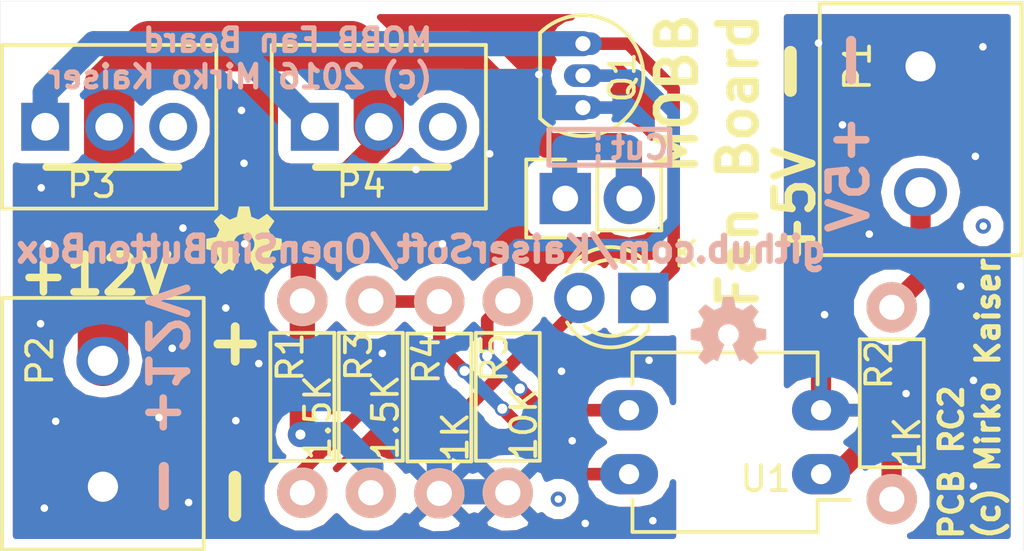
<source format=kicad_pcb>
(kicad_pcb (version 4) (host pcbnew 4.0.4-stable)

  (general
    (links 55)
    (no_connects 0)
    (area 183.874999 120.724999 225.075001 143.4324)
    (thickness 1.6)
    (drawings 26)
    (tracks 103)
    (zones 0)
    (modules 52)
    (nets 10)
  )

  (page A4)
  (title_block
    (title "MOBB Fan Controller")
    (date 2016-11-02)
    (rev RC1)
  )

  (layers
    (0 F.Cu signal)
    (31 B.Cu signal)
    (32 B.Adhes user hide)
    (33 F.Adhes user hide)
    (34 B.Paste user hide)
    (35 F.Paste user hide)
    (36 B.SilkS user)
    (37 F.SilkS user)
    (38 B.Mask user hide)
    (39 F.Mask user hide)
    (40 Dwgs.User user hide)
    (41 Cmts.User user hide)
    (42 Eco1.User user hide)
    (43 Eco2.User user hide)
    (44 Edge.Cuts user)
    (45 Margin user hide)
    (46 B.CrtYd user hide)
    (47 F.CrtYd user hide)
    (48 B.Fab user hide)
    (49 F.Fab user hide)
  )

  (setup
    (last_trace_width 0.5)
    (trace_clearance 0.3)
    (zone_clearance 0.5)
    (zone_45_only yes)
    (trace_min 0.3)
    (segment_width 0.2)
    (edge_width 0.01)
    (via_size 0.6)
    (via_drill 0.4)
    (via_min_size 0.4)
    (via_min_drill 0.3)
    (uvia_size 0.45)
    (uvia_drill 0.3)
    (uvias_allowed no)
    (uvia_min_size 0.3)
    (uvia_min_drill 0.1)
    (pcb_text_width 0.3)
    (pcb_text_size 1.5 1.5)
    (mod_edge_width 0.15)
    (mod_text_size 1 1)
    (mod_text_width 0.15)
    (pad_size 0.6 0.6)
    (pad_drill 0.4)
    (pad_to_mask_clearance 0.2)
    (aux_axis_origin 0 0)
    (visible_elements 7FFFFFFF)
    (pcbplotparams
      (layerselection 0x010f0_80000001)
      (usegerberextensions false)
      (excludeedgelayer true)
      (linewidth 0.100000)
      (plotframeref false)
      (viasonmask false)
      (mode 1)
      (useauxorigin false)
      (hpglpennumber 1)
      (hpglpenspeed 20)
      (hpglpendiameter 15)
      (hpglpenoverlay 2)
      (psnegative false)
      (psa4output false)
      (plotreference true)
      (plotvalue false)
      (plotinvisibletext false)
      (padsonsilk false)
      (subtractmaskfromsilk false)
      (outputformat 1)
      (mirror false)
      (drillshape 0)
      (scaleselection 1)
      (outputdirectory gerber/RC2/))
  )

  (net 0 "")
  (net 1 +12V)
  (net 2 +5V)
  (net 3 GND)
  (net 4 GNDA)
  (net 5 "Net-(D1-Pad2)")
  (net 6 "Net-(D1-Pad1)")
  (net 7 "Net-(Q1-Pad2)")
  (net 8 "Net-(R2-Pad1)")
  (net 9 "Net-(R3-Pad2)")

  (net_class Default "This is the default net class."
    (clearance 0.3)
    (trace_width 0.5)
    (via_dia 0.6)
    (via_drill 0.4)
    (uvia_dia 0.45)
    (uvia_drill 0.3)
    (add_net "Net-(D1-Pad2)")
    (add_net "Net-(Q1-Pad2)")
    (add_net "Net-(R2-Pad1)")
    (add_net "Net-(R3-Pad2)")
  )

  (net_class 12V ""
    (clearance 0.3)
    (trace_width 2)
    (via_dia 0.8)
    (via_drill 0.6)
    (uvia_dia 0.6)
    (uvia_drill 0.4)
  )

  (net_class 1mm ""
    (clearance 0.3)
    (trace_width 1)
    (via_dia 0.6)
    (via_drill 0.4)
    (uvia_dia 0.45)
    (uvia_drill 0.3)
    (add_net +12V)
    (add_net GND)
    (add_net "Net-(D1-Pad1)")
  )

  (net_class 5V ""
    (clearance 0.3)
    (trace_width 0.8)
    (via_dia 0.6)
    (via_drill 0.4)
    (uvia_dia 0.45)
    (uvia_drill 0.3)
    (add_net +5V)
    (add_net GNDA)
  )

  (module MOBB-KiCad-Lib:VIA-0.6MM (layer F.Cu) (tedit 5832E68F) (tstamp 58346419)
    (at 216.89 133.465)
    (fp_text reference "" (at 0 0.5) (layer F.Fab) hide
      (effects (font (size 1 1) (thickness 0.15)))
    )
    (fp_text value "" (at 0 -0.5) (layer F.Fab) hide
      (effects (font (size 1 1) (thickness 0.15)))
    )
    (pad 1 thru_hole circle (at 0 0) (size 0.6 0.6) (drill 0.3) (layers *.Cu)
      (net 4 GNDA) (zone_connect 2))
  )

  (module MOBB-KiCad-Lib:VIA-0.6MM (layer F.Cu) (tedit 5832E68F) (tstamp 583463EA)
    (at 220.125 136.6)
    (fp_text reference "" (at 0 0.5) (layer F.Fab) hide
      (effects (font (size 1 1) (thickness 0.15)))
    )
    (fp_text value "" (at 0 -0.5) (layer F.Fab) hide
      (effects (font (size 1 1) (thickness 0.15)))
    )
    (pad 1 thru_hole circle (at 0 0) (size 0.6 0.6) (drill 0.3) (layers *.Cu)
      (net 4 GNDA) (zone_connect 2))
  )

  (module MOBB-KiCad-Lib:VIA-0.6MM (layer F.Cu) (tedit 5832E68F) (tstamp 583463C9)
    (at 218.665 130.265)
    (fp_text reference "" (at 0 0.5) (layer F.Fab) hide
      (effects (font (size 1 1) (thickness 0.15)))
    )
    (fp_text value "" (at 0 -0.5) (layer F.Fab) hide
      (effects (font (size 1 1) (thickness 0.15)))
    )
    (pad 1 thru_hole circle (at 0 0) (size 0.6 0.6) (drill 0.3) (layers *.Cu)
      (net 4 GNDA) (zone_connect 2))
  )

  (module MOBB-KiCad-Lib:VIA-0.6MM (layer F.Cu) (tedit 5832E68F) (tstamp 58344921)
    (at 185.775 133.825)
    (fp_text reference "" (at 0 0.5) (layer F.Fab) hide
      (effects (font (size 1 1) (thickness 0.15)))
    )
    (fp_text value "" (at 0 -0.5) (layer F.Fab) hide
      (effects (font (size 1 1) (thickness 0.15)))
    )
    (pad 1 thru_hole circle (at 0 0) (size 0.6 0.6) (drill 0.3) (layers *.Cu)
      (net 3 GND) (zone_connect 2))
  )

  (module MOBB-KiCad-Lib:VIA-0.6MM (layer F.Cu) (tedit 5832E68F) (tstamp 583448AF)
    (at 209.925 135.275)
    (fp_text reference "" (at 0 0.5) (layer F.Fab) hide
      (effects (font (size 1 1) (thickness 0.15)))
    )
    (fp_text value "" (at 0 -0.5) (layer F.Fab) hide
      (effects (font (size 1 1) (thickness 0.15)))
    )
    (pad 1 thru_hole circle (at 0 0) (size 0.6 0.6) (drill 0.3) (layers *.Cu)
      (net 3 GND) (zone_connect 2))
  )

  (module MOBB-KiCad-Lib:VIA-0.6MM (layer F.Cu) (tedit 5832E68F) (tstamp 583448AA)
    (at 206.875 138.475)
    (fp_text reference "" (at 0 0.5) (layer F.Fab) hide
      (effects (font (size 1 1) (thickness 0.15)))
    )
    (fp_text value "" (at 0 -0.5) (layer F.Fab) hide
      (effects (font (size 1 1) (thickness 0.15)))
    )
    (pad 1 thru_hole circle (at 0 0) (size 0.6 0.6) (drill 0.3) (layers *.Cu)
      (net 3 GND) (zone_connect 2))
  )

  (module MOBB-KiCad-Lib:VIA-0.6MM (layer F.Cu) (tedit 5832E68F) (tstamp 583448A4)
    (at 206.4512 135.7122)
    (fp_text reference "" (at 0 0.5) (layer F.Fab) hide
      (effects (font (size 1 1) (thickness 0.15)))
    )
    (fp_text value "" (at 0 -0.5) (layer F.Fab) hide
      (effects (font (size 1 1) (thickness 0.15)))
    )
    (pad 1 thru_hole circle (at 0 0) (size 0.6 0.6) (drill 0.3) (layers *.Cu)
      (net 3 GND) (zone_connect 2))
  )

  (module MOBB-KiCad-Lib:VIA-0.6MM (layer F.Cu) (tedit 5832E68F) (tstamp 58344897)
    (at 210.075 141.65)
    (fp_text reference "" (at 0 0.5) (layer F.Fab) hide
      (effects (font (size 1 1) (thickness 0.15)))
    )
    (fp_text value "" (at 0 -0.5) (layer F.Fab) hide
      (effects (font (size 1 1) (thickness 0.15)))
    )
    (pad 1 thru_hole circle (at 0 0) (size 0.6 0.6) (drill 0.3) (layers *.Cu)
      (net 3 GND) (zone_connect 2))
  )

  (module MOBB-KiCad-Lib:VIA-0.6MM (layer F.Cu) (tedit 5832E68F) (tstamp 58344881)
    (at 190.475 137.55)
    (fp_text reference "" (at 0 0.5) (layer F.Fab) hide
      (effects (font (size 1 1) (thickness 0.15)))
    )
    (fp_text value "" (at 0 -0.5) (layer F.Fab) hide
      (effects (font (size 1 1) (thickness 0.15)))
    )
    (pad 1 thru_hole circle (at 0 0) (size 0.6 0.6) (drill 0.3) (layers *.Cu)
      (net 3 GND) (zone_connect 2))
  )

  (module MOBB-KiCad-Lib:VIA-0.6MM (layer F.Cu) (tedit 5832E68F) (tstamp 5834487C)
    (at 194.437 135.4074)
    (fp_text reference "" (at 0 0.5) (layer F.Fab) hide
      (effects (font (size 1 1) (thickness 0.15)))
    )
    (fp_text value "" (at 0 -0.5) (layer F.Fab) hide
      (effects (font (size 1 1) (thickness 0.15)))
    )
    (pad 1 thru_hole circle (at 0 0) (size 0.6 0.6) (drill 0.3) (layers *.Cu)
      (net 3 GND) (zone_connect 2))
  )

  (module MOBB-KiCad-Lib:VIA-0.6MM (layer F.Cu) (tedit 5832E68F) (tstamp 58344877)
    (at 193.125 133.2)
    (fp_text reference "" (at 0 0.5) (layer F.Fab) hide
      (effects (font (size 1 1) (thickness 0.15)))
    )
    (fp_text value "" (at 0 -0.5) (layer F.Fab) hide
      (effects (font (size 1 1) (thickness 0.15)))
    )
    (pad 1 thru_hole circle (at 0 0) (size 0.6 0.6) (drill 0.3) (layers *.Cu)
      (net 3 GND) (zone_connect 2))
  )

  (module MOBB-KiCad-Lib:VIA-0.6MM (layer F.Cu) (tedit 5832E68F) (tstamp 5834485A)
    (at 201.725 130.65)
    (fp_text reference "" (at 0 0.5) (layer F.Fab) hide
      (effects (font (size 1 1) (thickness 0.15)))
    )
    (fp_text value "" (at 0 -0.5) (layer F.Fab) hide
      (effects (font (size 1 1) (thickness 0.15)))
    )
    (pad 1 thru_hole circle (at 0 0) (size 0.6 0.6) (drill 0.3) (layers *.Cu)
      (net 3 GND) (zone_connect 2))
  )

  (module MOBB-KiCad-Lib:VIA-0.6MM (layer F.Cu) (tedit 5832E68F) (tstamp 58344843)
    (at 203.6 127.075)
    (fp_text reference "" (at 0 0.5) (layer F.Fab) hide
      (effects (font (size 1 1) (thickness 0.15)))
    )
    (fp_text value "" (at 0 -0.5) (layer F.Fab) hide
      (effects (font (size 1 1) (thickness 0.15)))
    )
    (pad 1 thru_hole circle (at 0 0) (size 0.6 0.6) (drill 0.3) (layers *.Cu)
      (net 3 GND) (zone_connect 2))
  )

  (module MOBB-KiCad-Lib:VIA-0.6MM (layer F.Cu) (tedit 5832E68F) (tstamp 58344836)
    (at 185.8 128.425)
    (fp_text reference "" (at 0 0.5) (layer F.Fab) hide
      (effects (font (size 1 1) (thickness 0.15)))
    )
    (fp_text value "" (at 0 -0.5) (layer F.Fab) hide
      (effects (font (size 1 1) (thickness 0.15)))
    )
    (pad 1 thru_hole circle (at 0 0) (size 0.6 0.6) (drill 0.3) (layers *.Cu)
      (net 3 GND) (zone_connect 2))
  )

  (module MOBB-KiCad-Lib:VIA-0.6MM (layer F.Cu) (tedit 5832E68F) (tstamp 58344819)
    (at 193.85 127.45)
    (fp_text reference "" (at 0 0.5) (layer F.Fab) hide
      (effects (font (size 1 1) (thickness 0.15)))
    )
    (fp_text value "" (at 0 -0.5) (layer F.Fab) hide
      (effects (font (size 1 1) (thickness 0.15)))
    )
    (pad 1 thru_hole circle (at 0 0) (size 0.6 0.6) (drill 0.3) (layers *.Cu)
      (net 3 GND) (zone_connect 2))
  )

  (module MOBB-KiCad-Lib:VIA-0.6MM (layer F.Cu) (tedit 5832E68F) (tstamp 5834480F)
    (at 191.425 130.025)
    (fp_text reference "" (at 0 0.5) (layer F.Fab) hide
      (effects (font (size 1 1) (thickness 0.15)))
    )
    (fp_text value "" (at 0 -0.5) (layer F.Fab) hide
      (effects (font (size 1 1) (thickness 0.15)))
    )
    (pad 1 thru_hole circle (at 0 0) (size 0.6 0.6) (drill 0.3) (layers *.Cu)
      (net 3 GND) (zone_connect 2))
  )

  (module MOBB-KiCad-Lib:VIA-0.6MM (layer F.Cu) (tedit 5832E68F) (tstamp 581F4957)
    (at 205.55 123.925)
    (fp_text reference "" (at 0 0.5) (layer F.Fab) hide
      (effects (font (size 1 1) (thickness 0.15)))
    )
    (fp_text value "" (at 0 -0.5) (layer F.Fab) hide
      (effects (font (size 1 1) (thickness 0.15)))
    )
    (pad 1 thru_hole circle (at 0 0) (size 0.6 0.6) (drill 0.3) (layers *.Cu)
      (net 3 GND) (zone_connect 2))
  )

  (module MOBB-KiCad-Lib:VIA-0.6MM (layer F.Cu) (tedit 5832E68F) (tstamp 581F4884)
    (at 191 134.8)
    (fp_text reference "" (at 0 0.5) (layer F.Fab) hide
      (effects (font (size 1 1) (thickness 0.15)))
    )
    (fp_text value "" (at 0 -0.5) (layer F.Fab) hide
      (effects (font (size 1 1) (thickness 0.15)))
    )
    (pad 1 thru_hole circle (at 0 0) (size 0.6 0.6) (drill 0.3) (layers *.Cu)
      (net 3 GND) (zone_connect 2))
  )

  (module MOBB-KiCad-Lib:VIA-0.6MM (layer F.Cu) (tedit 5832E68F) (tstamp 581F4879)
    (at 200.675 127.7)
    (fp_text reference "" (at 0 0.5) (layer F.Fab) hide
      (effects (font (size 1 1) (thickness 0.15)))
    )
    (fp_text value "" (at 0 -0.5) (layer F.Fab) hide
      (effects (font (size 1 1) (thickness 0.15)))
    )
    (pad 1 thru_hole circle (at 0 0) (size 0.6 0.6) (drill 0.3) (layers *.Cu)
      (net 3 GND) (zone_connect 2))
  )

  (module Housings_DIP:DIP-4_W7.62mm_LongPads (layer F.Cu) (tedit 5852E92D) (tstamp 581A5490)
    (at 216.75 139.8 180)
    (descr "4-lead dip package, row spacing 7.62 mm (300 mils), longer pads")
    (tags "dil dip 2.54 300")
    (path /581A6379)
    (fp_text reference U1 (at 2.1962 -0.1794 180) (layer F.SilkS)
      (effects (font (size 1 1) (thickness 0.15)))
    )
    (fp_text value Ocot (at 5.0664 1.1668 270) (layer F.Fab)
      (effects (font (size 1 1) (thickness 0.15)))
    )
    (fp_line (start -1.4 -2.45) (end -1.4 5) (layer F.CrtYd) (width 0.05))
    (fp_line (start 9 -2.45) (end 9 5) (layer F.CrtYd) (width 0.05))
    (fp_line (start -1.4 -2.45) (end 9 -2.45) (layer F.CrtYd) (width 0.05))
    (fp_line (start -1.4 5) (end 9 5) (layer F.CrtYd) (width 0.05))
    (fp_line (start 0.135 -2.295) (end 0.135 -1.025) (layer F.SilkS) (width 0.15))
    (fp_line (start 7.485 -2.295) (end 7.485 -1.025) (layer F.SilkS) (width 0.15))
    (fp_line (start 7.485 4.835) (end 7.485 3.565) (layer F.SilkS) (width 0.15))
    (fp_line (start 0.135 4.835) (end 0.135 3.565) (layer F.SilkS) (width 0.15))
    (fp_line (start 0.135 -2.295) (end 7.485 -2.295) (layer F.SilkS) (width 0.15))
    (fp_line (start 0.135 4.835) (end 7.485 4.835) (layer F.SilkS) (width 0.15))
    (fp_line (start 0.135 -1.025) (end -1.15 -1.025) (layer F.SilkS) (width 0.15))
    (pad 1 thru_hole oval (at 0 0 180) (size 2.3 1.6) (drill 0.8) (layers *.Cu *.Mask)
      (net 8 "Net-(R2-Pad1)"))
    (pad 2 thru_hole oval (at 0 2.54 180) (size 2.3 1.6) (drill 0.8) (layers *.Cu *.Mask)
      (net 4 GNDA))
    (pad 3 thru_hole oval (at 7.62 2.54 180) (size 2.3 1.6) (drill 0.8) (layers *.Cu *.Mask)
      (net 7 "Net-(Q1-Pad2)"))
    (pad 4 thru_hole oval (at 7.62 0 180) (size 2.3 1.6) (drill 0.8) (layers *.Cu *.Mask)
      (net 9 "Net-(R3-Pad2)"))
    (model Housings_DIP.3dshapes/DIP-4_W7.62mm_LongPads.wrl
      (at (xyz 0 0 0))
      (scale (xyz 1 1 1))
      (rotate (xyz 0 0 0))
    )
  )

  (module MOBB-KiCad-Lib:VIA-0.6MM (layer F.Cu) (tedit 5832E68F) (tstamp 581A772A)
    (at 186.375 137.7)
    (fp_text reference "" (at 0 0.5) (layer F.Fab) hide
      (effects (font (size 1 1) (thickness 0.15)))
    )
    (fp_text value "" (at 0 -0.5) (layer F.Fab) hide
      (effects (font (size 1 1) (thickness 0.15)))
    )
    (pad 1 thru_hole circle (at 0 0) (size 0.6 0.6) (drill 0.3) (layers *.Cu)
      (net 3 GND) (zone_connect 2))
  )

  (module MOBB-KiCad-Lib:VIA-0.6MM (layer F.Cu) (tedit 5832E68F) (tstamp 581A671C)
    (at 222.8 140.275)
    (fp_text reference "" (at 0 0.5) (layer F.Fab) hide
      (effects (font (size 1 1) (thickness 0.15)))
    )
    (fp_text value "" (at 0 -0.5) (layer F.Fab) hide
      (effects (font (size 1 1) (thickness 0.15)))
    )
    (pad 1 thru_hole circle (at 0 0) (size 0.6 0.6) (drill 0.3) (layers *.Cu)
      (net 4 GNDA) (zone_connect 2))
  )

  (module MOBB-KiCad-Lib:VIA-0.6MM (layer F.Cu) (tedit 5832E68F) (tstamp 581A6713)
    (at 217.6 125.925 90)
    (fp_text reference "" (at 0 0.5 90) (layer F.Fab) hide
      (effects (font (size 1 1) (thickness 0.15)))
    )
    (fp_text value "" (at 0 -0.5 90) (layer F.Fab) hide
      (effects (font (size 1 1) (thickness 0.15)))
    )
    (pad 1 thru_hole circle (at 0 0 90) (size 0.6 0.6) (drill 0.3) (layers *.Cu)
      (net 4 GNDA) (zone_connect 2))
  )

  (module MOBB-KiCad-Lib:VIA-0.6MM (layer F.Cu) (tedit 5832E68F) (tstamp 581A6701)
    (at 222.8 136.075)
    (fp_text reference "" (at 0 0.5) (layer F.Fab) hide
      (effects (font (size 1 1) (thickness 0.15)))
    )
    (fp_text value "" (at 0 -0.5) (layer F.Fab) hide
      (effects (font (size 1 1) (thickness 0.15)))
    )
    (pad 1 thru_hole circle (at 0 0) (size 0.6 0.6) (drill 0.3) (layers *.Cu)
      (net 4 GNDA) (zone_connect 2))
  )

  (module MOBB-KiCad-Lib:VIA-0.6MM (layer F.Cu) (tedit 5832E68F) (tstamp 581A66DC)
    (at 223.1898 129.9464)
    (fp_text reference "" (at 0 0.5) (layer F.Fab) hide
      (effects (font (size 1 1) (thickness 0.15)))
    )
    (fp_text value "" (at 0 -0.5) (layer F.Fab) hide
      (effects (font (size 1 1) (thickness 0.15)))
    )
    (pad 1 thru_hole circle (at 0 0) (size 0.6 0.6) (drill 0.3) (layers *.Cu)
      (zone_connect 2))
  )

  (module MOBB-KiCad-Lib:VIA-0.6MM (layer F.Cu) (tedit 5832E68F) (tstamp 581A66D8)
    (at 223.175 122.825)
    (fp_text reference "" (at 0 0.5) (layer F.Fab) hide
      (effects (font (size 1 1) (thickness 0.15)))
    )
    (fp_text value "" (at 0 -0.5) (layer F.Fab) hide
      (effects (font (size 1 1) (thickness 0.15)))
    )
    (pad 1 thru_hole circle (at 0 0) (size 0.6 0.6) (drill 0.3) (layers *.Cu)
      (net 4 GNDA) (zone_connect 2))
  )

  (module MOBB-KiCad-Lib:VIA-0.6MM (layer F.Cu) (tedit 5832E68F) (tstamp 581A66D0)
    (at 222.875 127.175)
    (fp_text reference "" (at 0 0.5) (layer F.Fab) hide
      (effects (font (size 1 1) (thickness 0.15)))
    )
    (fp_text value "" (at 0 -0.5) (layer F.Fab) hide
      (effects (font (size 1 1) (thickness 0.15)))
    )
    (pad 1 thru_hole circle (at 0 0) (size 0.6 0.6) (drill 0.3) (layers *.Cu)
      (net 4 GNDA) (zone_connect 2))
  )

  (module MOBB-KiCad-Lib:VIA-0.6MM (layer F.Cu) (tedit 5832E68F) (tstamp 581A66CC)
    (at 222.29 132.34)
    (fp_text reference "" (at 0 0.5) (layer F.Fab) hide
      (effects (font (size 1 1) (thickness 0.15)))
    )
    (fp_text value "" (at 0 -0.5) (layer F.Fab) hide
      (effects (font (size 1 1) (thickness 0.15)))
    )
    (pad 1 thru_hole circle (at 0 0) (size 0.6 0.6) (drill 0.3) (layers *.Cu)
      (net 4 GNDA) (zone_connect 2))
  )

  (module MOBB-KiCad-Lib:VIA-0.6MM (layer F.Cu) (tedit 5832E68F) (tstamp 581A6564)
    (at 207.391 141.7574)
    (fp_text reference "" (at 0 0.5) (layer F.Fab) hide
      (effects (font (size 1 1) (thickness 0.15)))
    )
    (fp_text value "" (at 0 -0.5) (layer F.Fab) hide
      (effects (font (size 1 1) (thickness 0.15)))
    )
    (pad 1 thru_hole circle (at 0 0) (size 0.6 0.6) (drill 0.3) (layers *.Cu)
      (net 3 GND) (zone_connect 2))
  )

  (module MOBB-KiCad-Lib:VIA-0.6MM (layer F.Cu) (tedit 5832E68F) (tstamp 581A653B)
    (at 191.65 140.925)
    (fp_text reference "" (at 0 0.5) (layer F.Fab) hide
      (effects (font (size 1 1) (thickness 0.15)))
    )
    (fp_text value "" (at 0 -0.5) (layer F.Fab) hide
      (effects (font (size 1 1) (thickness 0.15)))
    )
    (pad 1 thru_hole circle (at 0 0) (size 0.6 0.6) (drill 0.3) (layers *.Cu)
      (net 3 GND) (zone_connect 2))
  )

  (module MOBB-KiCad-Lib:VIA-0.6MM (layer F.Cu) (tedit 5832E68F) (tstamp 581A6530)
    (at 186.05 130.65)
    (fp_text reference "" (at 0 0.5) (layer F.Fab) hide
      (effects (font (size 1 1) (thickness 0.15)))
    )
    (fp_text value "" (at 0 -0.5) (layer F.Fab) hide
      (effects (font (size 1 1) (thickness 0.15)))
    )
    (pad 1 thru_hole circle (at 0 0) (size 0.6 0.6) (drill 0.3) (layers *.Cu)
      (net 3 GND) (zone_connect 2))
  )

  (module MOBB-KiCad-Lib:VIA-0.6MM (layer F.Cu) (tedit 5832E68F) (tstamp 581A6521)
    (at 185.925 141.15)
    (fp_text reference "" (at 0 0.5) (layer F.Fab) hide
      (effects (font (size 1 1) (thickness 0.15)))
    )
    (fp_text value "" (at 0 -0.5) (layer F.Fab) hide
      (effects (font (size 1 1) (thickness 0.15)))
    )
    (pad 1 thru_hole circle (at 0 0) (size 0.6 0.6) (drill 0.3) (layers *.Cu)
      (net 3 GND) (zone_connect 2))
  )

  (module MOBB-KiCad-Lib:VIA-0.6MM (layer F.Cu) (tedit 5832E68F) (tstamp 581A6505)
    (at 193.525 137.675)
    (fp_text reference "" (at 0 0.5) (layer F.Fab) hide
      (effects (font (size 1 1) (thickness 0.15)))
    )
    (fp_text value "" (at 0 -0.5) (layer F.Fab) hide
      (effects (font (size 1 1) (thickness 0.15)))
    )
    (pad 1 thru_hole circle (at 0 0) (size 0.6 0.6) (drill 0.3) (layers *.Cu)
      (net 3 GND) (zone_connect 2))
  )

  (module MOBB-KiCad-Lib:VIA-0.6MM (layer F.Cu) (tedit 5832E68F) (tstamp 581A64E8)
    (at 199.3392 135.001)
    (fp_text reference "" (at 0 0.5) (layer F.Fab) hide
      (effects (font (size 1 1) (thickness 0.15)))
    )
    (fp_text value "" (at 0 -0.5) (layer F.Fab) hide
      (effects (font (size 1 1) (thickness 0.15)))
    )
    (pad 1 thru_hole circle (at 0 0) (size 0.6 0.6) (drill 0.3) (layers *.Cu)
      (net 3 GND) (zone_connect 2))
  )

  (module MOBB-KiCad-Lib:VIA-0.6MM (layer F.Cu) (tedit 5832E68F) (tstamp 581A64C6)
    (at 193.75 125.35)
    (fp_text reference "" (at 0 0.5) (layer F.Fab) hide
      (effects (font (size 1 1) (thickness 0.15)))
    )
    (fp_text value "" (at 0 -0.5) (layer F.Fab) hide
      (effects (font (size 1 1) (thickness 0.15)))
    )
    (pad 1 thru_hole circle (at 0 0) (size 0.6 0.6) (drill 0.3) (layers *.Cu)
      (net 3 GND) (zone_connect 2))
  )

  (module MOBB-KiCad-Lib:VIA-0.6MM (layer F.Cu) (tedit 5832E68F) (tstamp 581A64A2)
    (at 206.3242 140.7922)
    (fp_text reference "" (at 0 0.5) (layer F.Fab) hide
      (effects (font (size 1 1) (thickness 0.15)))
    )
    (fp_text value "" (at 0 -0.5) (layer F.Fab) hide
      (effects (font (size 1 1) (thickness 0.15)))
    )
    (pad 1 thru_hole circle (at 0 0) (size 0.6 0.6) (drill 0.3) (layers *.Cu)
      (zone_connect 2))
  )

  (module MOBB-KiCad-Lib:VIA-0.6MM (layer F.Cu) (tedit 5832E68F) (tstamp 581A649A)
    (at 193.875 130.65)
    (fp_text reference "" (at 0 0.5) (layer F.Fab) hide
      (effects (font (size 1 1) (thickness 0.15)))
    )
    (fp_text value "" (at 0 -0.5) (layer F.Fab) hide
      (effects (font (size 1 1) (thickness 0.15)))
    )
    (pad 1 thru_hole circle (at 0 0) (size 0.6 0.6) (drill 0.3) (layers *.Cu)
      (net 3 GND) (zone_connect 2))
  )

  (module TO_SOT_Packages_THT:TO-92_Inline_Narrow_Oval (layer F.Cu) (tedit 5852E5F6) (tstamp 581A5488)
    (at 207.3 122.7 270)
    (descr "TO-92 leads in-line, narrow, oval pads, drill 0.6mm (see NXP sot054_po.pdf)")
    (tags "to-92 sc-43 sc-43a sot54 PA33 transistor")
    (path /57F24B04)
    (fp_text reference Q1 (at 1.3282 -1.5642 270) (layer F.SilkS)
      (effects (font (size 1 1) (thickness 0.15)))
    )
    (fp_text value NPN (at 0 3 270) (layer F.Fab)
      (effects (font (size 1 1) (thickness 0.15)))
    )
    (fp_line (start -1.4 1.95) (end -1.4 -2.65) (layer F.CrtYd) (width 0.05))
    (fp_line (start -1.4 1.95) (end 3.95 1.95) (layer F.CrtYd) (width 0.05))
    (fp_line (start -0.43 1.7) (end 2.97 1.7) (layer F.SilkS) (width 0.15))
    (fp_arc (start 1.27 0) (end 1.27 -2.4) (angle -135) (layer F.SilkS) (width 0.15))
    (fp_arc (start 1.27 0) (end 1.27 -2.4) (angle 135) (layer F.SilkS) (width 0.15))
    (fp_line (start -1.4 -2.65) (end 3.95 -2.65) (layer F.CrtYd) (width 0.05))
    (fp_line (start 3.95 1.95) (end 3.95 -2.65) (layer F.CrtYd) (width 0.05))
    (pad 2 thru_hole oval (at 1.27 0 90) (size 0.89916 1.50114) (drill 0.6) (layers *.Cu *.Mask)
      (net 7 "Net-(Q1-Pad2)"))
    (pad 3 thru_hole oval (at 2.54 0 90) (size 0.89916 1.50114) (drill 0.6) (layers *.Cu *.Mask)
      (net 3 GND))
    (pad 1 thru_hole oval (at 0 0 90) (size 0.89916 1.50114) (drill 0.6) (layers *.Cu *.Mask)
      (net 6 "Net-(D1-Pad1)"))
    (model TO_SOT_Packages_THT.3dshapes/TO-92_Inline_Narrow_Oval.wrl
      (at (xyz 0.05 0 0))
      (scale (xyz 1 1 1))
      (rotate (xyz 0 0 -90))
    )
  )

  (module MOBB-KiCad-Lib:VIA-0.6MM (layer F.Cu) (tedit 5832E68F) (tstamp 581A658A)
    (at 216.65 122.675)
    (fp_text reference "" (at 0 0.5) (layer F.Fab) hide
      (effects (font (size 1 1) (thickness 0.15)))
    )
    (fp_text value "" (at 0 -0.5) (layer F.Fab) hide
      (effects (font (size 1 1) (thickness 0.15)))
    )
    (pad 1 thru_hole circle (at 0 0) (size 0.6 0.6) (drill 0.3) (layers *.Cu)
      (net 4 GNDA) (zone_connect 2))
  )

  (module MOBB-KiCad-Lib:Screw_Terminal_5mm (layer F.Cu) (tedit 5852E1F4) (tstamp 581A7029)
    (at 188.25 137.8 270)
    (path /57F24C78)
    (fp_text reference P2 (at -2.5 2.5 270) (layer F.SilkS)
      (effects (font (size 1 1) (thickness 0.15)))
    )
    (fp_text value "+12V Suppply" (at 0 -2.5 270) (layer F.Fab)
      (effects (font (size 1 1) (thickness 0.15)))
    )
    (fp_line (start -5 -4) (end -5 4) (layer F.SilkS) (width 0.15))
    (fp_line (start -5 4) (end 5 4) (layer F.SilkS) (width 0.15))
    (fp_line (start 5 4) (end 5 -4) (layer F.SilkS) (width 0.15))
    (fp_line (start 5 -4) (end 0 -4) (layer F.SilkS) (width 0.15))
    (fp_line (start 0 -4) (end -5 -4) (layer F.SilkS) (width 0.15))
    (pad 1 thru_hole oval (at -2.5 0 270) (size 1.9 2.1) (drill 1.2) (layers *.Cu *.Mask)
      (net 1 +12V) (zone_connect 2))
    (pad 2 thru_hole oval (at 2.5 0 270) (size 1.9 2.1) (drill 1.2) (layers *.Cu *.Mask)
      (net 3 GND) (zone_connect 2))
  )

  (module MOBB-KiCad-Lib:Screw_Terminal_5mm (layer F.Cu) (tedit 5852E1F4) (tstamp 581A705E)
    (at 220.7 126.1 270)
    (path /57F24616)
    (fp_text reference P1 (at -2.5 2.5 270) (layer F.SilkS)
      (effects (font (size 1 1) (thickness 0.15)))
    )
    (fp_text value AUX (at 0 -2.5 270) (layer F.Fab)
      (effects (font (size 1 1) (thickness 0.15)))
    )
    (fp_line (start -5 -4) (end -5 4) (layer F.SilkS) (width 0.15))
    (fp_line (start -5 4) (end 5 4) (layer F.SilkS) (width 0.15))
    (fp_line (start 5 4) (end 5 -4) (layer F.SilkS) (width 0.15))
    (fp_line (start 5 -4) (end 0 -4) (layer F.SilkS) (width 0.15))
    (fp_line (start 0 -4) (end -5 -4) (layer F.SilkS) (width 0.15))
    (pad 1 thru_hole oval (at -2.5 0 270) (size 1.9 2.1) (drill 1.2) (layers *.Cu *.Mask)
      (net 4 GNDA) (zone_connect 2))
    (pad 2 thru_hole oval (at 2.5 0 270) (size 1.9 2.1) (drill 1.2) (layers *.Cu *.Mask)
      (net 2 +5V) (zone_connect 2))
  )

  (module MOBB-KiCad-Lib:Molex-KK-1x3P (layer F.Cu) (tedit 5852E045) (tstamp 581F04E0)
    (at 188.5 126 180)
    (path /581A85A6)
    (fp_text reference P3 (at 0.7 -2.3 180) (layer F.SilkS)
      (effects (font (size 1 1) (thickness 0.15)))
    )
    (fp_text value Fan (at 0 4 180) (layer F.Fab)
      (effects (font (size 1 1) (thickness 0.15)))
    )
    (fp_text user S (at -2.54 1.7 180) (layer F.Fab)
      (effects (font (size 1 1) (thickness 0.15)))
    )
    (fp_text user + (at 0 1.6 180) (layer F.Fab)
      (effects (font (size 1 1) (thickness 0.15)))
    )
    (fp_text user G (at 2.54 1.89 180) (layer F.Fab)
      (effects (font (size 1 1) (thickness 0.15)))
    )
    (fp_line (start 2.5 -1.6) (end -2.75 -1.6) (layer F.SilkS) (width 0.3))
    (fp_line (start -4.25 0) (end -4.25 -3.25) (layer F.SilkS) (width 0.15))
    (fp_line (start -4.25 -3.25) (end 4.25 -3.25) (layer F.SilkS) (width 0.15))
    (fp_line (start 4.25 -3.25) (end 4.25 3.25) (layer F.SilkS) (width 0.15))
    (fp_line (start 4.25 3.25) (end -4.25 3.25) (layer F.SilkS) (width 0.15))
    (fp_line (start -4.25 3.25) (end -4.25 0) (layer F.SilkS) (width 0.15))
    (pad 2 thru_hole circle (at 0 0 180) (size 1.9 1.9) (drill 1.1) (layers *.Cu *.Mask)
      (net 1 +12V))
    (pad 3 thru_hole circle (at -2.54 0 180) (size 1.9 1.9) (drill 1.1) (layers *.Cu *.Mask))
    (pad 1 thru_hole rect (at 2.54 0 180) (size 1.9 1.9) (drill 1.1) (layers *.Cu *.Mask)
      (net 6 "Net-(D1-Pad1)"))
  )

  (module MOBB-KiCad-Lib:Molex-KK-1x3P (layer F.Cu) (tedit 5852E045) (tstamp 581F04F0)
    (at 199.2 126 180)
    (path /581B96A9)
    (fp_text reference P4 (at 0.7 -2.3 180) (layer F.SilkS)
      (effects (font (size 1 1) (thickness 0.15)))
    )
    (fp_text value Fan (at 0 4 180) (layer F.Fab)
      (effects (font (size 1 1) (thickness 0.15)))
    )
    (fp_text user S (at -2.54 1.7 180) (layer F.Fab)
      (effects (font (size 1 1) (thickness 0.15)))
    )
    (fp_text user + (at 0 1.6 180) (layer F.Fab)
      (effects (font (size 1 1) (thickness 0.15)))
    )
    (fp_text user G (at 2.54 1.89 180) (layer F.Fab)
      (effects (font (size 1 1) (thickness 0.15)))
    )
    (fp_line (start 2.5 -1.6) (end -2.75 -1.6) (layer F.SilkS) (width 0.3))
    (fp_line (start -4.25 0) (end -4.25 -3.25) (layer F.SilkS) (width 0.15))
    (fp_line (start -4.25 -3.25) (end 4.25 -3.25) (layer F.SilkS) (width 0.15))
    (fp_line (start 4.25 -3.25) (end 4.25 3.25) (layer F.SilkS) (width 0.15))
    (fp_line (start 4.25 3.25) (end -4.25 3.25) (layer F.SilkS) (width 0.15))
    (fp_line (start -4.25 3.25) (end -4.25 0) (layer F.SilkS) (width 0.15))
    (pad 2 thru_hole circle (at 0 0 180) (size 1.9 1.9) (drill 1.1) (layers *.Cu *.Mask)
      (net 1 +12V))
    (pad 3 thru_hole circle (at -2.54 0 180) (size 1.9 1.9) (drill 1.1) (layers *.Cu *.Mask))
    (pad 1 thru_hole rect (at 2.54 0 180) (size 1.9 1.9) (drill 1.1) (layers *.Cu *.Mask)
      (net 6 "Net-(D1-Pad1)"))
  )

  (module LEDs:LED-3MM (layer F.Cu) (tedit 5852E619) (tstamp 581F2F7A)
    (at 209.7 132.8 180)
    (descr "LED 3mm round vertical")
    (tags "LED  3mm round vertical")
    (path /581F2E6E)
    (fp_text reference D1 (at 1.2676 2.1424 180) (layer F.SilkS) hide
      (effects (font (size 1 1) (thickness 0.15)))
    )
    (fp_text value LED (at 1.3 -2.9 180) (layer F.Fab)
      (effects (font (size 1 1) (thickness 0.15)))
    )
    (fp_line (start -1.2 2.3) (end 3.8 2.3) (layer F.CrtYd) (width 0.05))
    (fp_line (start 3.8 2.3) (end 3.8 -2.2) (layer F.CrtYd) (width 0.05))
    (fp_line (start 3.8 -2.2) (end -1.2 -2.2) (layer F.CrtYd) (width 0.05))
    (fp_line (start -1.2 -2.2) (end -1.2 2.3) (layer F.CrtYd) (width 0.05))
    (fp_line (start -0.199 1.314) (end -0.199 1.114) (layer F.SilkS) (width 0.15))
    (fp_line (start -0.199 -1.28) (end -0.199 -1.1) (layer F.SilkS) (width 0.15))
    (fp_arc (start 1.301 0.034) (end -0.199 -1.286) (angle 108.5) (layer F.SilkS) (width 0.15))
    (fp_arc (start 1.301 0.034) (end 0.25 -1.1) (angle 85.7) (layer F.SilkS) (width 0.15))
    (fp_arc (start 1.311 0.034) (end 3.051 0.994) (angle 110) (layer F.SilkS) (width 0.15))
    (fp_arc (start 1.301 0.034) (end 2.335 1.094) (angle 87.5) (layer F.SilkS) (width 0.15))
    (fp_text user K (at -1.69 1.74 180) (layer F.SilkS)
      (effects (font (size 1 1) (thickness 0.15)))
    )
    (pad 1 thru_hole rect (at 0 0 270) (size 2 2) (drill 1.00076) (layers *.Cu *.Mask)
      (net 6 "Net-(D1-Pad1)"))
    (pad 2 thru_hole circle (at 2.54 0 180) (size 2 2) (drill 1.00076) (layers *.Cu *.Mask)
      (net 5 "Net-(D1-Pad2)"))
    (model LEDs.3dshapes/LED-3MM.wrl
      (at (xyz 0.05 0 0))
      (scale (xyz 1 1 1))
      (rotate (xyz 0 0 90))
    )
  )

  (module Pin_Headers:Pin_Header_Straight_1x02 (layer F.Cu) (tedit 5852E622) (tstamp 581F2F80)
    (at 206.6 128.85 90)
    (descr "Through hole pin header")
    (tags "pin header")
    (path /581F3210)
    (fp_text reference P5 (at -0.6138 -2.257 180) (layer F.SilkS) hide
      (effects (font (size 1 1) (thickness 0.15)))
    )
    (fp_text value Jumper (at 0 -3.1 90) (layer F.Fab)
      (effects (font (size 1 1) (thickness 0.15)))
    )
    (fp_line (start 1.27 1.27) (end 1.27 3.81) (layer F.SilkS) (width 0.15))
    (fp_line (start 1.55 -1.55) (end 1.55 0) (layer F.SilkS) (width 0.15))
    (fp_line (start -1.75 -1.75) (end -1.75 4.3) (layer F.CrtYd) (width 0.05))
    (fp_line (start 1.75 -1.75) (end 1.75 4.3) (layer F.CrtYd) (width 0.05))
    (fp_line (start -1.75 -1.75) (end 1.75 -1.75) (layer F.CrtYd) (width 0.05))
    (fp_line (start -1.75 4.3) (end 1.75 4.3) (layer F.CrtYd) (width 0.05))
    (fp_line (start 1.27 1.27) (end -1.27 1.27) (layer F.SilkS) (width 0.15))
    (fp_line (start -1.55 0) (end -1.55 -1.55) (layer F.SilkS) (width 0.15))
    (fp_line (start -1.55 -1.55) (end 1.55 -1.55) (layer F.SilkS) (width 0.15))
    (fp_line (start -1.27 1.27) (end -1.27 3.81) (layer F.SilkS) (width 0.15))
    (fp_line (start -1.27 3.81) (end 1.27 3.81) (layer F.SilkS) (width 0.15))
    (pad 1 thru_hole rect (at 0 0 90) (size 2.032 2.032) (drill 1.016) (layers *.Cu *.Mask)
      (net 1 +12V))
    (pad 2 thru_hole oval (at 0 2.54 90) (size 2.032 2.032) (drill 1.016) (layers *.Cu *.Mask)
      (net 1 +12V))
    (model Pin_Headers.3dshapes/Pin_Header_Straight_1x02.wrl
      (at (xyz 0 -0.05 0))
      (scale (xyz 1 1 1))
      (rotate (xyz 0 0 90))
    )
  )

  (module MOBB-KiCad-Lib:OPEN_HW_LOGO_3MM (layer F.Cu) (tedit 0) (tstamp 58343916)
    (at 193.85 130.51)
    (fp_text reference G*** (at 0 1.59004) (layer F.SilkS) hide
      (effects (font (size 0.13462 0.13462) (thickness 0.0254)))
    )
    (fp_text value LOGO (at 0 -1.59004) (layer F.SilkS) hide
      (effects (font (size 0.13462 0.13462) (thickness 0.0254)))
    )
    (fp_poly (pts (xy -0.90932 1.3462) (xy -0.89154 1.33858) (xy -0.85852 1.31572) (xy -0.80772 1.2827)
      (xy -0.7493 1.2446) (xy -0.68834 1.20396) (xy -0.64008 1.17094) (xy -0.60452 1.14808)
      (xy -0.59182 1.14046) (xy -0.5842 1.143) (xy -0.55626 1.15824) (xy -0.51562 1.17856)
      (xy -0.49022 1.19126) (xy -0.45212 1.2065) (xy -0.43434 1.21158) (xy -0.4318 1.2065)
      (xy -0.41656 1.17602) (xy -0.39624 1.12776) (xy -0.3683 1.06172) (xy -0.33528 0.98552)
      (xy -0.29972 0.90424) (xy -0.2667 0.82042) (xy -0.23368 0.74168) (xy -0.2032 0.66802)
      (xy -0.18034 0.6096) (xy -0.1651 0.56896) (xy -0.15748 0.55118) (xy -0.16002 0.54864)
      (xy -0.1778 0.53086) (xy -0.21082 0.50546) (xy -0.28194 0.44704) (xy -0.35306 0.36068)
      (xy -0.39624 0.26162) (xy -0.40894 0.14986) (xy -0.39878 0.04826) (xy -0.35814 -0.04826)
      (xy -0.28956 -0.13716) (xy -0.20574 -0.2032) (xy -0.10922 -0.24384) (xy 0 -0.25654)
      (xy 0.10414 -0.24638) (xy 0.2032 -0.20574) (xy 0.2921 -0.1397) (xy 0.3302 -0.09652)
      (xy 0.381 -0.00508) (xy 0.41148 0.0889) (xy 0.41402 0.11176) (xy 0.40894 0.21844)
      (xy 0.37846 0.32004) (xy 0.32258 0.40894) (xy 0.24638 0.4826) (xy 0.23622 0.49022)
      (xy 0.20066 0.51816) (xy 0.17526 0.53594) (xy 0.15748 0.55118) (xy 0.2921 0.87376)
      (xy 0.31242 0.92456) (xy 0.35052 1.01346) (xy 0.381 1.08966) (xy 0.40894 1.15062)
      (xy 0.42672 1.19126) (xy 0.43434 1.2065) (xy 0.43434 1.2065) (xy 0.44704 1.20904)
      (xy 0.4699 1.20142) (xy 0.51562 1.17856) (xy 0.5461 1.16332) (xy 0.57912 1.14808)
      (xy 0.59436 1.14046) (xy 0.6096 1.14808) (xy 0.64262 1.1684) (xy 0.68834 1.20142)
      (xy 0.74676 1.23952) (xy 0.80264 1.27762) (xy 0.85344 1.31064) (xy 0.889 1.33604)
      (xy 0.90678 1.34366) (xy 0.90932 1.34366) (xy 0.9271 1.33604) (xy 0.95504 1.31064)
      (xy 0.99822 1.27) (xy 1.06172 1.20904) (xy 1.07188 1.19888) (xy 1.12268 1.14808)
      (xy 1.16332 1.10236) (xy 1.19126 1.07188) (xy 1.20142 1.05918) (xy 1.20142 1.05918)
      (xy 1.19126 1.0414) (xy 1.1684 1.0033) (xy 1.13538 0.9525) (xy 1.09474 0.89154)
      (xy 0.98806 0.7366) (xy 1.04648 0.59182) (xy 1.06426 0.5461) (xy 1.08712 0.49022)
      (xy 1.1049 0.45212) (xy 1.11252 0.43434) (xy 1.1303 0.42926) (xy 1.1684 0.4191)
      (xy 1.22682 0.40894) (xy 1.29794 0.39624) (xy 1.36398 0.38354) (xy 1.4224 0.37084)
      (xy 1.46558 0.36322) (xy 1.4859 0.36068) (xy 1.49098 0.3556) (xy 1.49352 0.34798)
      (xy 1.49606 0.32766) (xy 1.4986 0.28956) (xy 1.4986 0.23368) (xy 1.4986 0.14986)
      (xy 1.4986 0.14224) (xy 1.4986 0.0635) (xy 1.49606 0) (xy 1.49352 -0.0381)
      (xy 1.49098 -0.05588) (xy 1.49098 -0.05588) (xy 1.4732 -0.06096) (xy 1.43002 -0.06858)
      (xy 1.3716 -0.08128) (xy 1.30048 -0.09398) (xy 1.2954 -0.09398) (xy 1.22428 -0.10922)
      (xy 1.16586 -0.12192) (xy 1.12268 -0.12954) (xy 1.1049 -0.13716) (xy 1.10236 -0.14224)
      (xy 1.08712 -0.17018) (xy 1.0668 -0.21336) (xy 1.04394 -0.2667) (xy 1.02108 -0.32258)
      (xy 1.00076 -0.37338) (xy 0.98806 -0.40894) (xy 0.98298 -0.42672) (xy 0.98298 -0.42672)
      (xy 0.99314 -0.4445) (xy 1.01854 -0.48006) (xy 1.0541 -0.53086) (xy 1.09474 -0.59182)
      (xy 1.09728 -0.5969) (xy 1.13792 -0.65786) (xy 1.17094 -0.70866) (xy 1.1938 -0.74422)
      (xy 1.20142 -0.75946) (xy 1.20142 -0.762) (xy 1.18872 -0.77978) (xy 1.15824 -0.8128)
      (xy 1.11252 -0.85852) (xy 1.06172 -0.91186) (xy 1.04394 -0.9271) (xy 0.98552 -0.98552)
      (xy 0.94488 -1.02108) (xy 0.91948 -1.0414) (xy 0.90932 -1.04648) (xy 0.90678 -1.04648)
      (xy 0.889 -1.03632) (xy 0.8509 -1.01092) (xy 0.8001 -0.97536) (xy 0.73914 -0.93472)
      (xy 0.7366 -0.93218) (xy 0.67564 -0.89154) (xy 0.62484 -0.85598) (xy 0.58928 -0.83312)
      (xy 0.57404 -0.8255) (xy 0.5715 -0.8255) (xy 0.54864 -0.83058) (xy 0.50546 -0.84582)
      (xy 0.45212 -0.86614) (xy 0.39624 -0.889) (xy 0.34544 -0.90932) (xy 0.30988 -0.9271)
      (xy 0.2921 -0.93726) (xy 0.28956 -0.93726) (xy 0.28448 -0.96012) (xy 0.27432 -1.00584)
      (xy 0.26162 -1.0668) (xy 0.24638 -1.14046) (xy 0.24384 -1.15062) (xy 0.23114 -1.22428)
      (xy 0.22098 -1.2827) (xy 0.21082 -1.32334) (xy 0.20828 -1.34112) (xy 0.19812 -1.34112)
      (xy 0.16256 -1.34366) (xy 0.10922 -1.3462) (xy 0.04318 -1.3462) (xy -0.02286 -1.3462)
      (xy -0.0889 -1.3462) (xy -0.14478 -1.34366) (xy -0.18542 -1.34112) (xy -0.2032 -1.33604)
      (xy -0.2032 -1.33604) (xy -0.20828 -1.31318) (xy -0.21844 -1.27) (xy -0.23114 -1.2065)
      (xy -0.24638 -1.13284) (xy -0.24892 -1.12014) (xy -0.26162 -1.04902) (xy -0.27432 -0.9906)
      (xy -0.28194 -0.94996) (xy -0.28702 -0.93472) (xy -0.2921 -0.93218) (xy -0.32258 -0.91694)
      (xy -0.37084 -0.89916) (xy -0.42926 -0.87376) (xy -0.56642 -0.81788) (xy -0.73406 -0.93472)
      (xy -0.7493 -0.94488) (xy -0.81026 -0.98552) (xy -0.86106 -1.01854) (xy -0.89662 -1.0414)
      (xy -0.90932 -1.04902) (xy -0.91186 -1.04902) (xy -0.9271 -1.03378) (xy -0.96012 -1.0033)
      (xy -1.00584 -0.95758) (xy -1.05918 -0.90678) (xy -1.09982 -0.86614) (xy -1.14554 -0.82042)
      (xy -1.17348 -0.7874) (xy -1.19126 -0.76708) (xy -1.19634 -0.75438) (xy -1.1938 -0.74676)
      (xy -1.18364 -0.72898) (xy -1.15824 -0.69342) (xy -1.12522 -0.64008) (xy -1.08458 -0.58166)
      (xy -1.04902 -0.53086) (xy -1.01346 -0.47498) (xy -0.9906 -0.43434) (xy -0.98044 -0.41656)
      (xy -0.98298 -0.4064) (xy -0.99568 -0.37338) (xy -1.016 -0.32512) (xy -1.0414 -0.26416)
      (xy -1.09982 -0.13208) (xy -1.18618 -0.1143) (xy -1.23952 -0.10414) (xy -1.31318 -0.09144)
      (xy -1.3843 -0.0762) (xy -1.49606 -0.05588) (xy -1.4986 0.34798) (xy -1.48082 0.3556)
      (xy -1.46558 0.36068) (xy -1.42494 0.37084) (xy -1.36652 0.381) (xy -1.29794 0.3937)
      (xy -1.23698 0.4064) (xy -1.17856 0.41656) (xy -1.13538 0.42418) (xy -1.1176 0.42926)
      (xy -1.11252 0.43434) (xy -1.09728 0.46482) (xy -1.07696 0.51054) (xy -1.0541 0.56388)
      (xy -1.0287 0.6223) (xy -1.00838 0.6731) (xy -0.99314 0.71374) (xy -0.98806 0.73406)
      (xy -0.99568 0.7493) (xy -1.01854 0.78486) (xy -1.05156 0.83566) (xy -1.0922 0.89408)
      (xy -1.13284 0.9525) (xy -1.16586 1.0033) (xy -1.19126 1.03886) (xy -1.19888 1.05664)
      (xy -1.1938 1.0668) (xy -1.17094 1.09474) (xy -1.12776 1.14046) (xy -1.06172 1.2065)
      (xy -1.04902 1.21666) (xy -0.99822 1.26746) (xy -0.9525 1.3081) (xy -0.92202 1.33604)
      (xy -0.90932 1.3462)) (layer F.SilkS) (width 0.00254))
  )

  (module MOBB-KiCad-Lib:OPEN_HW_LOGO_3MM (layer B.Cu) (tedit 0) (tstamp 583439EB)
    (at 213.075 134.1 180)
    (fp_text reference G*** (at 0 -1.59004 180) (layer B.SilkS) hide
      (effects (font (size 0.13462 0.13462) (thickness 0.0254)) (justify mirror))
    )
    (fp_text value LOGO (at 0 1.59004 180) (layer B.SilkS) hide
      (effects (font (size 0.13462 0.13462) (thickness 0.0254)) (justify mirror))
    )
    (fp_poly (pts (xy -0.90932 -1.3462) (xy -0.89154 -1.33858) (xy -0.85852 -1.31572) (xy -0.80772 -1.2827)
      (xy -0.7493 -1.2446) (xy -0.68834 -1.20396) (xy -0.64008 -1.17094) (xy -0.60452 -1.14808)
      (xy -0.59182 -1.14046) (xy -0.5842 -1.143) (xy -0.55626 -1.15824) (xy -0.51562 -1.17856)
      (xy -0.49022 -1.19126) (xy -0.45212 -1.2065) (xy -0.43434 -1.21158) (xy -0.4318 -1.2065)
      (xy -0.41656 -1.17602) (xy -0.39624 -1.12776) (xy -0.3683 -1.06172) (xy -0.33528 -0.98552)
      (xy -0.29972 -0.90424) (xy -0.2667 -0.82042) (xy -0.23368 -0.74168) (xy -0.2032 -0.66802)
      (xy -0.18034 -0.6096) (xy -0.1651 -0.56896) (xy -0.15748 -0.55118) (xy -0.16002 -0.54864)
      (xy -0.1778 -0.53086) (xy -0.21082 -0.50546) (xy -0.28194 -0.44704) (xy -0.35306 -0.36068)
      (xy -0.39624 -0.26162) (xy -0.40894 -0.14986) (xy -0.39878 -0.04826) (xy -0.35814 0.04826)
      (xy -0.28956 0.13716) (xy -0.20574 0.2032) (xy -0.10922 0.24384) (xy 0 0.25654)
      (xy 0.10414 0.24638) (xy 0.2032 0.20574) (xy 0.2921 0.1397) (xy 0.3302 0.09652)
      (xy 0.381 0.00508) (xy 0.41148 -0.0889) (xy 0.41402 -0.11176) (xy 0.40894 -0.21844)
      (xy 0.37846 -0.32004) (xy 0.32258 -0.40894) (xy 0.24638 -0.4826) (xy 0.23622 -0.49022)
      (xy 0.20066 -0.51816) (xy 0.17526 -0.53594) (xy 0.15748 -0.55118) (xy 0.2921 -0.87376)
      (xy 0.31242 -0.92456) (xy 0.35052 -1.01346) (xy 0.381 -1.08966) (xy 0.40894 -1.15062)
      (xy 0.42672 -1.19126) (xy 0.43434 -1.2065) (xy 0.43434 -1.2065) (xy 0.44704 -1.20904)
      (xy 0.4699 -1.20142) (xy 0.51562 -1.17856) (xy 0.5461 -1.16332) (xy 0.57912 -1.14808)
      (xy 0.59436 -1.14046) (xy 0.6096 -1.14808) (xy 0.64262 -1.1684) (xy 0.68834 -1.20142)
      (xy 0.74676 -1.23952) (xy 0.80264 -1.27762) (xy 0.85344 -1.31064) (xy 0.889 -1.33604)
      (xy 0.90678 -1.34366) (xy 0.90932 -1.34366) (xy 0.9271 -1.33604) (xy 0.95504 -1.31064)
      (xy 0.99822 -1.27) (xy 1.06172 -1.20904) (xy 1.07188 -1.19888) (xy 1.12268 -1.14808)
      (xy 1.16332 -1.10236) (xy 1.19126 -1.07188) (xy 1.20142 -1.05918) (xy 1.20142 -1.05918)
      (xy 1.19126 -1.0414) (xy 1.1684 -1.0033) (xy 1.13538 -0.9525) (xy 1.09474 -0.89154)
      (xy 0.98806 -0.7366) (xy 1.04648 -0.59182) (xy 1.06426 -0.5461) (xy 1.08712 -0.49022)
      (xy 1.1049 -0.45212) (xy 1.11252 -0.43434) (xy 1.1303 -0.42926) (xy 1.1684 -0.4191)
      (xy 1.22682 -0.40894) (xy 1.29794 -0.39624) (xy 1.36398 -0.38354) (xy 1.4224 -0.37084)
      (xy 1.46558 -0.36322) (xy 1.4859 -0.36068) (xy 1.49098 -0.3556) (xy 1.49352 -0.34798)
      (xy 1.49606 -0.32766) (xy 1.4986 -0.28956) (xy 1.4986 -0.23368) (xy 1.4986 -0.14986)
      (xy 1.4986 -0.14224) (xy 1.4986 -0.0635) (xy 1.49606 0) (xy 1.49352 0.0381)
      (xy 1.49098 0.05588) (xy 1.49098 0.05588) (xy 1.4732 0.06096) (xy 1.43002 0.06858)
      (xy 1.3716 0.08128) (xy 1.30048 0.09398) (xy 1.2954 0.09398) (xy 1.22428 0.10922)
      (xy 1.16586 0.12192) (xy 1.12268 0.12954) (xy 1.1049 0.13716) (xy 1.10236 0.14224)
      (xy 1.08712 0.17018) (xy 1.0668 0.21336) (xy 1.04394 0.2667) (xy 1.02108 0.32258)
      (xy 1.00076 0.37338) (xy 0.98806 0.40894) (xy 0.98298 0.42672) (xy 0.98298 0.42672)
      (xy 0.99314 0.4445) (xy 1.01854 0.48006) (xy 1.0541 0.53086) (xy 1.09474 0.59182)
      (xy 1.09728 0.5969) (xy 1.13792 0.65786) (xy 1.17094 0.70866) (xy 1.1938 0.74422)
      (xy 1.20142 0.75946) (xy 1.20142 0.762) (xy 1.18872 0.77978) (xy 1.15824 0.8128)
      (xy 1.11252 0.85852) (xy 1.06172 0.91186) (xy 1.04394 0.9271) (xy 0.98552 0.98552)
      (xy 0.94488 1.02108) (xy 0.91948 1.0414) (xy 0.90932 1.04648) (xy 0.90678 1.04648)
      (xy 0.889 1.03632) (xy 0.8509 1.01092) (xy 0.8001 0.97536) (xy 0.73914 0.93472)
      (xy 0.7366 0.93218) (xy 0.67564 0.89154) (xy 0.62484 0.85598) (xy 0.58928 0.83312)
      (xy 0.57404 0.8255) (xy 0.5715 0.8255) (xy 0.54864 0.83058) (xy 0.50546 0.84582)
      (xy 0.45212 0.86614) (xy 0.39624 0.889) (xy 0.34544 0.90932) (xy 0.30988 0.9271)
      (xy 0.2921 0.93726) (xy 0.28956 0.93726) (xy 0.28448 0.96012) (xy 0.27432 1.00584)
      (xy 0.26162 1.0668) (xy 0.24638 1.14046) (xy 0.24384 1.15062) (xy 0.23114 1.22428)
      (xy 0.22098 1.2827) (xy 0.21082 1.32334) (xy 0.20828 1.34112) (xy 0.19812 1.34112)
      (xy 0.16256 1.34366) (xy 0.10922 1.3462) (xy 0.04318 1.3462) (xy -0.02286 1.3462)
      (xy -0.0889 1.3462) (xy -0.14478 1.34366) (xy -0.18542 1.34112) (xy -0.2032 1.33604)
      (xy -0.2032 1.33604) (xy -0.20828 1.31318) (xy -0.21844 1.27) (xy -0.23114 1.2065)
      (xy -0.24638 1.13284) (xy -0.24892 1.12014) (xy -0.26162 1.04902) (xy -0.27432 0.9906)
      (xy -0.28194 0.94996) (xy -0.28702 0.93472) (xy -0.2921 0.93218) (xy -0.32258 0.91694)
      (xy -0.37084 0.89916) (xy -0.42926 0.87376) (xy -0.56642 0.81788) (xy -0.73406 0.93472)
      (xy -0.7493 0.94488) (xy -0.81026 0.98552) (xy -0.86106 1.01854) (xy -0.89662 1.0414)
      (xy -0.90932 1.04902) (xy -0.91186 1.04902) (xy -0.9271 1.03378) (xy -0.96012 1.0033)
      (xy -1.00584 0.95758) (xy -1.05918 0.90678) (xy -1.09982 0.86614) (xy -1.14554 0.82042)
      (xy -1.17348 0.7874) (xy -1.19126 0.76708) (xy -1.19634 0.75438) (xy -1.1938 0.74676)
      (xy -1.18364 0.72898) (xy -1.15824 0.69342) (xy -1.12522 0.64008) (xy -1.08458 0.58166)
      (xy -1.04902 0.53086) (xy -1.01346 0.47498) (xy -0.9906 0.43434) (xy -0.98044 0.41656)
      (xy -0.98298 0.4064) (xy -0.99568 0.37338) (xy -1.016 0.32512) (xy -1.0414 0.26416)
      (xy -1.09982 0.13208) (xy -1.18618 0.1143) (xy -1.23952 0.10414) (xy -1.31318 0.09144)
      (xy -1.3843 0.0762) (xy -1.49606 0.05588) (xy -1.4986 -0.34798) (xy -1.48082 -0.3556)
      (xy -1.46558 -0.36068) (xy -1.42494 -0.37084) (xy -1.36652 -0.381) (xy -1.29794 -0.3937)
      (xy -1.23698 -0.4064) (xy -1.17856 -0.41656) (xy -1.13538 -0.42418) (xy -1.1176 -0.42926)
      (xy -1.11252 -0.43434) (xy -1.09728 -0.46482) (xy -1.07696 -0.51054) (xy -1.0541 -0.56388)
      (xy -1.0287 -0.6223) (xy -1.00838 -0.6731) (xy -0.99314 -0.71374) (xy -0.98806 -0.73406)
      (xy -0.99568 -0.7493) (xy -1.01854 -0.78486) (xy -1.05156 -0.83566) (xy -1.0922 -0.89408)
      (xy -1.13284 -0.9525) (xy -1.16586 -1.0033) (xy -1.19126 -1.03886) (xy -1.19888 -1.05664)
      (xy -1.1938 -1.0668) (xy -1.17094 -1.09474) (xy -1.12776 -1.14046) (xy -1.06172 -1.2065)
      (xy -1.04902 -1.21666) (xy -0.99822 -1.26746) (xy -0.9525 -1.3081) (xy -0.92202 -1.33604)
      (xy -0.90932 -1.3462)) (layer B.SilkS) (width 0.00254))
  )

  (module Resistors_ThroughHole:Resistor_Horizontal_RM7mm (layer F.Cu) (tedit 5852E59A) (tstamp 5852E6E8)
    (at 196.1642 140.5382 90)
    (descr "Resistor, Axial,  RM 7.62mm, 1/3W,")
    (tags "Resistor Axial RM 7.62mm 1/3W R3")
    (path /581F2CCC)
    (fp_text reference R1 (at 5.3848 -0.4826 90) (layer F.SilkS)
      (effects (font (size 1 1) (thickness 0.15)))
    )
    (fp_text value 1.5K (at 2.9718 0.6096 90) (layer F.SilkS)
      (effects (font (size 1 1) (thickness 0.15)))
    )
    (fp_line (start -1.25 -1.5) (end 8.85 -1.5) (layer F.CrtYd) (width 0.05))
    (fp_line (start -1.25 1.5) (end -1.25 -1.5) (layer F.CrtYd) (width 0.05))
    (fp_line (start 8.85 -1.5) (end 8.85 1.5) (layer F.CrtYd) (width 0.05))
    (fp_line (start -1.25 1.5) (end 8.85 1.5) (layer F.CrtYd) (width 0.05))
    (fp_line (start 1.27 -1.27) (end 6.35 -1.27) (layer F.SilkS) (width 0.15))
    (fp_line (start 6.35 -1.27) (end 6.35 1.27) (layer F.SilkS) (width 0.15))
    (fp_line (start 6.35 1.27) (end 1.27 1.27) (layer F.SilkS) (width 0.15))
    (fp_line (start 1.27 1.27) (end 1.27 -1.27) (layer F.SilkS) (width 0.15))
    (pad 1 thru_hole circle (at 0 0 90) (size 1.99898 1.99898) (drill 1.00076) (layers *.Cu *.SilkS *.Mask)
      (net 5 "Net-(D1-Pad2)"))
    (pad 2 thru_hole circle (at 7.62 0 90) (size 1.99898 1.99898) (drill 1.00076) (layers *.Cu *.SilkS *.Mask)
      (net 1 +12V))
  )

  (module Resistors_ThroughHole:Resistor_Horizontal_RM7mm (layer F.Cu) (tedit 5852E5A1) (tstamp 5852E6F6)
    (at 219.5576 140.7922 90)
    (descr "Resistor, Axial,  RM 7.62mm, 1/3W,")
    (tags "Resistor Axial RM 7.62mm 1/3W R3")
    (path /57F247E8)
    (fp_text reference R2 (at 5.334 -0.508 90) (layer F.SilkS)
      (effects (font (size 1 1) (thickness 0.15)))
    )
    (fp_text value 1K (at 2.286 0.6096 90) (layer F.SilkS)
      (effects (font (size 1 1) (thickness 0.15)))
    )
    (fp_line (start -1.25 -1.5) (end 8.85 -1.5) (layer F.CrtYd) (width 0.05))
    (fp_line (start -1.25 1.5) (end -1.25 -1.5) (layer F.CrtYd) (width 0.05))
    (fp_line (start 8.85 -1.5) (end 8.85 1.5) (layer F.CrtYd) (width 0.05))
    (fp_line (start -1.25 1.5) (end 8.85 1.5) (layer F.CrtYd) (width 0.05))
    (fp_line (start 1.27 -1.27) (end 6.35 -1.27) (layer F.SilkS) (width 0.15))
    (fp_line (start 6.35 -1.27) (end 6.35 1.27) (layer F.SilkS) (width 0.15))
    (fp_line (start 6.35 1.27) (end 1.27 1.27) (layer F.SilkS) (width 0.15))
    (fp_line (start 1.27 1.27) (end 1.27 -1.27) (layer F.SilkS) (width 0.15))
    (pad 1 thru_hole circle (at 0 0 90) (size 1.99898 1.99898) (drill 1.00076) (layers *.Cu *.SilkS *.Mask)
      (net 8 "Net-(R2-Pad1)"))
    (pad 2 thru_hole circle (at 7.62 0 90) (size 1.99898 1.99898) (drill 1.00076) (layers *.Cu *.SilkS *.Mask)
      (net 2 +5V))
  )

  (module Resistors_ThroughHole:Resistor_Horizontal_RM7mm (layer F.Cu) (tedit 5852E594) (tstamp 5852E704)
    (at 198.882 140.5382 90)
    (descr "Resistor, Axial,  RM 7.62mm, 1/3W,")
    (tags "Resistor Axial RM 7.62mm 1/3W R3")
    (path /57F248FE)
    (fp_text reference R3 (at 5.4102 -0.4826 90) (layer F.SilkS)
      (effects (font (size 1 1) (thickness 0.15)))
    )
    (fp_text value 1.5K (at 2.9972 0.5842 90) (layer F.SilkS)
      (effects (font (size 1 1) (thickness 0.15)))
    )
    (fp_line (start -1.25 -1.5) (end 8.85 -1.5) (layer F.CrtYd) (width 0.05))
    (fp_line (start -1.25 1.5) (end -1.25 -1.5) (layer F.CrtYd) (width 0.05))
    (fp_line (start 8.85 -1.5) (end 8.85 1.5) (layer F.CrtYd) (width 0.05))
    (fp_line (start -1.25 1.5) (end 8.85 1.5) (layer F.CrtYd) (width 0.05))
    (fp_line (start 1.27 -1.27) (end 6.35 -1.27) (layer F.SilkS) (width 0.15))
    (fp_line (start 6.35 -1.27) (end 6.35 1.27) (layer F.SilkS) (width 0.15))
    (fp_line (start 6.35 1.27) (end 1.27 1.27) (layer F.SilkS) (width 0.15))
    (fp_line (start 1.27 1.27) (end 1.27 -1.27) (layer F.SilkS) (width 0.15))
    (pad 1 thru_hole circle (at 0 0 90) (size 1.99898 1.99898) (drill 1.00076) (layers *.Cu *.SilkS *.Mask)
      (net 1 +12V))
    (pad 2 thru_hole circle (at 7.62 0 90) (size 1.99898 1.99898) (drill 1.00076) (layers *.Cu *.SilkS *.Mask)
      (net 9 "Net-(R3-Pad2)"))
  )

  (module Resistors_ThroughHole:Resistor_Horizontal_RM7mm (layer F.Cu) (tedit 5852E5B0) (tstamp 5852E712)
    (at 201.5998 140.5636 90)
    (descr "Resistor, Axial,  RM 7.62mm, 1/3W,")
    (tags "Resistor Axial RM 7.62mm 1/3W R3")
    (path /57F249B1)
    (fp_text reference R4 (at 5.3086 -0.508 90) (layer F.SilkS)
      (effects (font (size 1 1) (thickness 0.15)))
    )
    (fp_text value 1K (at 2.2352 0.635 90) (layer F.SilkS)
      (effects (font (size 1 1) (thickness 0.15)))
    )
    (fp_line (start -1.25 -1.5) (end 8.85 -1.5) (layer F.CrtYd) (width 0.05))
    (fp_line (start -1.25 1.5) (end -1.25 -1.5) (layer F.CrtYd) (width 0.05))
    (fp_line (start 8.85 -1.5) (end 8.85 1.5) (layer F.CrtYd) (width 0.05))
    (fp_line (start -1.25 1.5) (end 8.85 1.5) (layer F.CrtYd) (width 0.05))
    (fp_line (start 1.27 -1.27) (end 6.35 -1.27) (layer F.SilkS) (width 0.15))
    (fp_line (start 6.35 -1.27) (end 6.35 1.27) (layer F.SilkS) (width 0.15))
    (fp_line (start 6.35 1.27) (end 1.27 1.27) (layer F.SilkS) (width 0.15))
    (fp_line (start 1.27 1.27) (end 1.27 -1.27) (layer F.SilkS) (width 0.15))
    (pad 1 thru_hole circle (at 0 0 90) (size 1.99898 1.99898) (drill 1.00076) (layers *.Cu *.SilkS *.Mask)
      (net 3 GND))
    (pad 2 thru_hole circle (at 7.62 0 90) (size 1.99898 1.99898) (drill 1.00076) (layers *.Cu *.SilkS *.Mask)
      (net 9 "Net-(R3-Pad2)"))
  )

  (module Resistors_ThroughHole:Resistor_Horizontal_RM7mm (layer F.Cu) (tedit 5852E5A6) (tstamp 5852E720)
    (at 204.3176 140.5382 90)
    (descr "Resistor, Axial,  RM 7.62mm, 1/3W,")
    (tags "Resistor Axial RM 7.62mm 1/3W R3")
    (path /57F24F38)
    (fp_text reference R5 (at 5.3594 -0.5334 90) (layer F.SilkS)
      (effects (font (size 1 1) (thickness 0.15)))
    )
    (fp_text value 10K (at 2.7178 0.635 90) (layer F.SilkS)
      (effects (font (size 1 1) (thickness 0.15)))
    )
    (fp_line (start -1.25 -1.5) (end 8.85 -1.5) (layer F.CrtYd) (width 0.05))
    (fp_line (start -1.25 1.5) (end -1.25 -1.5) (layer F.CrtYd) (width 0.05))
    (fp_line (start 8.85 -1.5) (end 8.85 1.5) (layer F.CrtYd) (width 0.05))
    (fp_line (start -1.25 1.5) (end 8.85 1.5) (layer F.CrtYd) (width 0.05))
    (fp_line (start 1.27 -1.27) (end 6.35 -1.27) (layer F.SilkS) (width 0.15))
    (fp_line (start 6.35 -1.27) (end 6.35 1.27) (layer F.SilkS) (width 0.15))
    (fp_line (start 6.35 1.27) (end 1.27 1.27) (layer F.SilkS) (width 0.15))
    (fp_line (start 1.27 1.27) (end 1.27 -1.27) (layer F.SilkS) (width 0.15))
    (pad 1 thru_hole circle (at 0 0 90) (size 1.99898 1.99898) (drill 1.00076) (layers *.Cu *.SilkS *.Mask)
      (net 3 GND))
    (pad 2 thru_hole circle (at 7.62 0 90) (size 1.99898 1.99898) (drill 1.00076) (layers *.Cu *.SilkS *.Mask)
      (net 7 "Net-(Q1-Pad2)"))
  )

  (gr_text +12V (at 190.75 135.275 270) (layer B.SilkS)
    (effects (font (size 1.5 1.5) (thickness 0.3)) (justify mirror))
  )
  (gr_text - (at 190.525 140.275 90) (layer B.SilkS)
    (effects (font (size 2 2) (thickness 0.4)) (justify mirror))
  )
  (gr_text - (at 217.8 123.35 90) (layer B.SilkS)
    (effects (font (size 2 2) (thickness 0.4)) (justify mirror))
  )
  (gr_text +5V (at 217.85 127.875 90) (layer B.SilkS)
    (effects (font (size 1.5 1.5) (thickness 0.3)) (justify mirror))
  )
  (gr_line (start 184.17 121.02) (end 184.17 142.88) (angle 90) (layer Edge.Cuts) (width 0.01))
  (gr_line (start 224.78 121.02) (end 184.17 121.02) (angle 90) (layer Edge.Cuts) (width 0.01))
  (gr_line (start 224.78 142.88) (end 224.78 121.02) (angle 90) (layer Edge.Cuts) (width 0.01))
  (gr_line (start 184.17 142.88) (end 224.78 142.88) (angle 90) (layer Edge.Cuts) (width 0.01))
  (gr_line (start 224.81 120.97) (end 224.81 120.99) (angle 90) (layer Edge.Cuts) (width 0.01))
  (gr_text +12V (at 187.96 131.88) (layer F.SilkS)
    (effects (font (size 1.5 1.5) (thickness 0.3)))
  )
  (gr_line (start 210.75 127.525) (end 205.95 127.525) (angle 90) (layer B.SilkS) (width 0.2))
  (gr_line (start 205.95 126.1) (end 205.95 127.525) (angle 90) (layer B.SilkS) (width 0.2))
  (gr_line (start 210.75 126.1) (end 205.95 126.1) (angle 90) (layer B.SilkS) (width 0.2))
  (gr_line (start 210.75 127.525) (end 210.75 126.1) (angle 90) (layer B.SilkS) (width 0.2))
  (gr_line (start 207.9 126.45) (end 207.9 126.25) (angle 90) (layer B.SilkS) (width 0.2))
  (gr_line (start 207.9 126.925) (end 207.9 126.725) (angle 90) (layer B.SilkS) (width 0.2))
  (gr_line (start 207.9 127.375) (end 207.9 127.175) (angle 90) (layer B.SilkS) (width 0.2))
  (gr_text Cut (at 209.55 126.825) (layer B.SilkS)
    (effects (font (size 0.9 0.9) (thickness 0.2)) (justify mirror))
  )
  (gr_text github.com/KaiserSoft/OpenSimButtonBox (at 200.875 130.875) (layer B.SilkS)
    (effects (font (size 1 1) (thickness 0.25)) (justify mirror))
  )
  (gr_text "MOBB Fan Board\n(c) 2016 Mirko Kaiser" (at 201.43 123.29) (layer B.SilkS)
    (effects (font (size 0.9 0.9) (thickness 0.2)) (justify left mirror))
  )
  (gr_text "PCB RC2\n(c) Mirko Kaiser" (at 222.65 142.475 90) (layer F.SilkS)
    (effects (font (size 0.9 0.9) (thickness 0.2)) (justify left))
  )
  (gr_text "MOBB\nFan Board" (at 212.25 121.35 90) (layer F.SilkS)
    (effects (font (size 1.5 1.5) (thickness 0.3)) (justify right))
  )
  (gr_text - (at 215.4 123.8 90) (layer F.SilkS)
    (effects (font (size 2 2) (thickness 0.5)) (justify mirror))
  )
  (gr_text +5V (at 215.7 129.1 90) (layer F.SilkS)
    (effects (font (size 1.5 1.5) (thickness 0.3)))
  )
  (gr_text - (at 193.35 140.675 90) (layer F.SilkS)
    (effects (font (size 2 2) (thickness 0.5)))
  )
  (gr_text + (at 193.5 134.5) (layer F.SilkS)
    (effects (font (size 1.8 1.8) (thickness 0.35)))
  )

  (segment (start 198.882 140.5382) (end 198.882 139.4714) (width 1) (layer B.Cu) (net 1))
  (segment (start 196.1642 138.1506) (end 196.1642 132.9182) (width 1) (layer F.Cu) (net 1) (tstamp 5852EAFB))
  (segment (start 196.088 138.2268) (end 196.1642 138.1506) (width 1) (layer F.Cu) (net 1) (tstamp 5852EAFA))
  (via (at 196.088 138.2268) (size 0.6) (drill 0.4) (layers F.Cu B.Cu) (net 1))
  (segment (start 197.6374 138.2268) (end 196.088 138.2268) (width 1) (layer B.Cu) (net 1) (tstamp 5852EAF7))
  (segment (start 198.882 139.4714) (end 197.6374 138.2268) (width 1) (layer B.Cu) (net 1) (tstamp 5852EAF6))
  (segment (start 206.575 126.825) (end 206.575 128.825) (width 1) (layer B.Cu) (net 1))
  (segment (start 206.575 128.825) (end 206.6 128.85) (width 1) (layer B.Cu) (net 1) (tstamp 5821EED4))
  (segment (start 209.1 126.825) (end 209.1 128.81) (width 1) (layer B.Cu) (net 1))
  (segment (start 209.1 128.81) (end 209.14 128.85) (width 1) (layer B.Cu) (net 1) (tstamp 5821EECC))
  (segment (start 206.575 126.825) (end 209.1 126.825) (width 1) (layer B.Cu) (net 1) (tstamp 5821EEBA))
  (segment (start 209.15 128.84) (end 209.14 128.85) (width 1) (layer B.Cu) (net 1) (tstamp 5821EEC2))
  (segment (start 202.8 123.2) (end 202.8 123.225) (width 1) (layer F.Cu) (net 1))
  (segment (start 202.8 123.225) (end 204.375 124.8) (width 1) (layer F.Cu) (net 1) (tstamp 5821EDF2))
  (segment (start 204.375 124.8) (end 204.375 125.225) (width 1) (layer F.Cu) (net 1) (tstamp 5821EE03))
  (segment (start 204.375 125.225) (end 205.9 126.75) (width 1) (layer F.Cu) (net 1) (tstamp 5821EE07))
  (segment (start 205.9 126.75) (end 208.8 126.75) (width 1) (layer F.Cu) (net 1) (tstamp 5821EE0E))
  (segment (start 208.8 126.75) (end 209.14 127.09) (width 1) (layer F.Cu) (net 1) (tstamp 5821EE14))
  (segment (start 209.14 127.09) (end 209.14 128.85) (width 1) (layer F.Cu) (net 1) (tstamp 5821EE16))
  (segment (start 188.25 135.3) (end 188.25 131) (width 2) (layer F.Cu) (net 1))
  (segment (start 188.5 130.75) (end 188.5 126) (width 2) (layer F.Cu) (net 1) (tstamp 581F3C95))
  (segment (start 188.25 131) (end 188.5 130.75) (width 2) (layer F.Cu) (net 1) (tstamp 581F3C92))
  (segment (start 199.2 126) (end 199.2 126.7) (width 1) (layer F.Cu) (net 1))
  (segment (start 199.2 126.7) (end 196.2 129.7) (width 1) (layer F.Cu) (net 1) (tstamp 581F38CE))
  (segment (start 199.2 124.5) (end 199.2 126) (width 1) (layer F.Cu) (net 1))
  (segment (start 200.5 123.2) (end 202.8 123.2) (width 1) (layer F.Cu) (net 1) (tstamp 581F385B))
  (segment (start 199.2 124.5) (end 200.5 123.2) (width 1) (layer F.Cu) (net 1) (tstamp 581F3856))
  (segment (start 188.5 126) (end 188.5 124.4) (width 2) (layer F.Cu) (net 1))
  (segment (start 199.2 123.9) (end 199.2 126) (width 2) (layer F.Cu) (net 1) (tstamp 581F382B))
  (segment (start 198.1 122.8) (end 199.2 123.9) (width 2) (layer F.Cu) (net 1) (tstamp 581F3829))
  (segment (start 190.1 122.8) (end 198.1 122.8) (width 2) (layer F.Cu) (net 1) (tstamp 581F3824))
  (segment (start 188.5 124.4) (end 190.1 122.8) (width 2) (layer F.Cu) (net 1) (tstamp 581F3821))
  (segment (start 196.2 129.7) (end 196.2 132.9) (width 1) (layer F.Cu) (net 1) (tstamp 581F38CF))
  (segment (start 220.7 128.6) (end 220.7 132.03) (width 0.8) (layer F.Cu) (net 2))
  (segment (start 220.7 132.03) (end 219.55 133.18) (width 0.8) (layer F.Cu) (net 2) (tstamp 58344974))
  (segment (start 191.8 136.8) (end 191.75 136.8) (width 1) (layer B.Cu) (net 3))
  (segment (start 191.75 136.8) (end 188.25 140.3) (width 1) (layer B.Cu) (net 3) (tstamp 581F3C71))
  (segment (start 199.2 136.8) (end 191.8 136.8) (width 1) (layer B.Cu) (net 3) (tstamp 581F3B62))
  (segment (start 207.3 125.24) (end 205.26 125.24) (width 1) (layer B.Cu) (net 3))
  (segment (start 192.2 136.4) (end 191.8 136.8) (width 1) (layer B.Cu) (net 3) (tstamp 581F3B5B))
  (segment (start 192.2 133) (end 192.2 136.4) (width 1) (layer B.Cu) (net 3) (tstamp 581F3B57))
  (segment (start 194.7 130.5) (end 192.2 133) (width 1) (layer B.Cu) (net 3) (tstamp 581F3B51))
  (segment (start 200 130.5) (end 194.7 130.5) (width 1) (layer B.Cu) (net 3) (tstamp 581F3B47))
  (segment (start 205.26 125.24) (end 200 130.5) (width 1) (layer B.Cu) (net 3) (tstamp 581F3B3E))
  (segment (start 201.6 139.2) (end 199.2 136.8) (width 1) (layer B.Cu) (net 3) (tstamp 581F3B5F))
  (segment (start 204.3 140.5) (end 201.6 140.5) (width 1) (layer B.Cu) (net 3))
  (segment (start 201.6 140.5) (end 201.6 139.2) (width 1) (layer B.Cu) (net 3))
  (segment (start 216.75 137.26) (end 216.75 133.775) (width 0.8) (layer F.Cu) (net 4))
  (segment (start 220.7 125.4) (end 220.7 123.6) (width 0.8) (layer F.Cu) (net 4) (tstamp 583449AD))
  (segment (start 217.35 128.75) (end 220.7 125.4) (width 0.8) (layer F.Cu) (net 4) (tstamp 583449AA))
  (segment (start 217.35 133.175) (end 217.35 128.75) (width 0.8) (layer F.Cu) (net 4) (tstamp 583449A2))
  (segment (start 216.75 133.775) (end 217.35 133.175) (width 0.8) (layer F.Cu) (net 4) (tstamp 583449A0))
  (segment (start 202.6666 137.2108) (end 204.8764 135.001) (width 0.5) (layer F.Cu) (net 5))
  (segment (start 198.628 137.2108) (end 202.6666 137.2108) (width 0.5) (layer F.Cu) (net 5) (tstamp 5852EAD4))
  (segment (start 196.1642 139.6746) (end 198.628 137.2108) (width 0.5) (layer F.Cu) (net 5) (tstamp 5852EAD3))
  (segment (start 205.3082 135.001) (end 207.16 133.1492) (width 0.5) (layer F.Cu) (net 5) (tstamp 5852EAE8))
  (segment (start 204.8764 135.001) (end 205.3082 135.001) (width 0.5) (layer F.Cu) (net 5) (tstamp 5852EAE7))
  (segment (start 207.16 133.1492) (end 207.16 132.8) (width 0.5) (layer F.Cu) (net 5) (tstamp 5852EAE9))
  (segment (start 196.1642 140.5382) (end 196.1642 139.6746) (width 0.5) (layer F.Cu) (net 5))
  (segment (start 196.66 126) (end 196.66 125.96) (width 1) (layer B.Cu) (net 6))
  (segment (start 196.66 125.96) (end 193.4 122.7) (width 1) (layer B.Cu) (net 6) (tstamp 581F3B03))
  (segment (start 185.96 126) (end 185.96 124.64) (width 1) (layer B.Cu) (net 6))
  (segment (start 187.9 122.7) (end 193.4 122.7) (width 1) (layer B.Cu) (net 6) (tstamp 581F3AFD))
  (segment (start 193.4 122.7) (end 207.3 122.7) (width 1) (layer B.Cu) (net 6) (tstamp 581F3B06))
  (segment (start 185.96 124.64) (end 187.9 122.7) (width 1) (layer B.Cu) (net 6) (tstamp 581F3AF3))
  (segment (start 207.3 122.7) (end 209.1 122.7) (width 0.5) (layer F.Cu) (net 6))
  (segment (start 210.9 131.6) (end 209.7 132.8) (width 0.5) (layer F.Cu) (net 6) (tstamp 581F3414))
  (segment (start 210.9 124.5) (end 210.9 131.6) (width 0.5) (layer F.Cu) (net 6) (tstamp 581F3410))
  (segment (start 209.1 122.7) (end 210.9 124.5) (width 0.5) (layer F.Cu) (net 6) (tstamp 581F33FC))
  (segment (start 207.275 137.26) (end 209.13 137.26) (width 0.5) (layer F.Cu) (net 7))
  (segment (start 204.7 130.7) (end 204.35 131.05) (width 0.5) (layer B.Cu) (net 7))
  (segment (start 204.35 131.05) (end 204.35 132.83) (width 0.5) (layer B.Cu) (net 7) (tstamp 5821F553))
  (segment (start 204.35 132.83) (end 204.3 132.88) (width 0.5) (layer B.Cu) (net 7) (tstamp 5821F55F))
  (segment (start 207.3 123.97) (end 209.42 123.97) (width 0.5) (layer B.Cu) (net 7))
  (segment (start 209.42 123.97) (end 210.9 125.45) (width 0.5) (layer B.Cu) (net 7) (tstamp 5821EE67))
  (segment (start 210.9 125.45) (end 210.9 129.75) (width 0.5) (layer B.Cu) (net 7) (tstamp 5821EE6C))
  (segment (start 210.9 129.75) (end 209.95 130.7) (width 0.5) (layer B.Cu) (net 7) (tstamp 5821EE72))
  (segment (start 209.95 130.7) (end 204.7 130.7) (width 0.5) (layer B.Cu) (net 7) (tstamp 5821EE75))
  (segment (start 207.28 137.26) (end 207.275 137.26) (width 0.5) (layer F.Cu) (net 7))
  (segment (start 207.275 137.26) (end 205.66 137.26) (width 0.5) (layer F.Cu) (net 7) (tstamp 5834455C))
  (segment (start 203.5 133.68) (end 204.3 132.88) (width 0.5) (layer F.Cu) (net 7) (tstamp 581F3E43))
  (via (at 203.5 135.1) (size 0.6) (drill 0.4) (layers F.Cu B.Cu) (net 7))
  (segment (start 204.8 136.4) (end 203.5 135.1) (width 0.5) (layer B.Cu) (net 7) (tstamp 581F39D0))
  (via (at 204.8 136.4) (size 0.6) (drill 0.4) (layers F.Cu B.Cu) (net 7))
  (segment (start 205.66 137.26) (end 204.8 136.4) (width 0.5) (layer F.Cu) (net 7) (tstamp 581F39CA))
  (segment (start 203.5 135.1) (end 203.5 133.68) (width 0.5) (layer F.Cu) (net 7))
  (segment (start 219.55 140.8) (end 219.55 139.1) (width 0.8) (layer F.Cu) (net 8))
  (segment (start 219.325 138.875) (end 218.3 138.875) (width 0.8) (layer F.Cu) (net 8) (tstamp 58344988))
  (segment (start 219.55 139.1) (end 219.325 138.875) (width 0.8) (layer F.Cu) (net 8) (tstamp 5834497A))
  (segment (start 218.3 138.875) (end 217.375 139.8) (width 0.8) (layer F.Cu) (net 8) (tstamp 5834498A))
  (segment (start 217.375 139.8) (end 216.75 139.8) (width 0.8) (layer F.Cu) (net 8) (tstamp 5834498C))
  (segment (start 201.5998 132.9436) (end 198.9074 132.9436) (width 0.5) (layer F.Cu) (net 9))
  (segment (start 198.9074 132.9436) (end 198.882 132.9182) (width 0.5) (layer F.Cu) (net 9) (tstamp 5852EACE))
  (segment (start 201.6 132.9438) (end 201.6 134.7) (width 0.5) (layer F.Cu) (net 9))
  (segment (start 206.7 139.8) (end 207.28 139.8) (width 0.5) (layer F.Cu) (net 9))
  (segment (start 206.7 139.8) (end 204.1 137.2) (width 0.5) (layer F.Cu) (net 9) (tstamp 581F3A01))
  (via (at 204.1 137.2) (size 0.6) (drill 0.4) (layers F.Cu B.Cu) (net 9))
  (segment (start 204.1 137.2) (end 202.6 135.7) (width 0.5) (layer B.Cu) (net 9) (tstamp 581F3A0B))
  (via (at 202.6 135.7) (size 0.6) (drill 0.4) (layers F.Cu B.Cu) (net 9))
  (segment (start 202.6 135.7) (end 201.6 134.7) (width 0.5) (layer F.Cu) (net 9) (tstamp 581F3A10))
  (segment (start 201.6 132.9438) (end 201.5998 132.9436) (width 0.5) (layer F.Cu) (net 9) (tstamp 5852EACB))
  (segment (start 207.28 139.8) (end 206.8 139.8) (width 0.5) (layer F.Cu) (net 9))
  (segment (start 207.28 139.8) (end 209.13 139.8) (width 0.5) (layer F.Cu) (net 9))

  (zone (net 4) (net_name GNDA) (layer F.Cu) (tstamp 58344334) (hatch edge 0.508)
    (connect_pads (clearance 0.5))
    (min_thickness 0.25)
    (fill yes (arc_segments 16) (thermal_gap 0.5) (thermal_bridge_width 0.5))
    (polygon
      (pts
        (xy 224.775 142.875) (xy 215.275 142.875) (xy 215.275 121.025) (xy 224.775 121.025)
      )
    )
    (filled_polygon
      (pts
        (xy 224.15 142.25) (xy 220.283416 142.25) (xy 220.476598 142.170179) (xy 220.933973 141.713601) (xy 221.181808 141.116749)
        (xy 221.182372 140.470487) (xy 220.935579 139.873202) (xy 220.575 139.511994) (xy 220.575 139.1) (xy 220.496977 138.707749)
        (xy 220.274784 138.375216) (xy 220.049784 138.150216) (xy 219.717251 137.928023) (xy 219.717246 137.928022) (xy 219.325 137.85)
        (xy 218.376544 137.85) (xy 218.464364 137.689839) (xy 218.482476 137.605521) (xy 218.362577 137.385) (xy 216.875 137.385)
        (xy 216.875 137.405) (xy 216.625 137.405) (xy 216.625 137.385) (xy 216.605 137.385) (xy 216.605 137.135)
        (xy 216.625 137.135) (xy 216.625 135.835) (xy 216.875 135.835) (xy 216.875 137.135) (xy 218.362577 137.135)
        (xy 218.482476 136.914479) (xy 218.464364 136.830161) (xy 218.196016 136.340761) (xy 217.760809 135.991307) (xy 217.225 135.835)
        (xy 216.875 135.835) (xy 216.625 135.835) (xy 216.275 135.835) (xy 215.739191 135.991307) (xy 215.4 136.263664)
        (xy 215.4 133.493913) (xy 217.932828 133.493913) (xy 218.179621 134.091198) (xy 218.636199 134.548573) (xy 219.233051 134.796408)
        (xy 219.879313 134.796972) (xy 220.476598 134.550179) (xy 220.933973 134.093601) (xy 221.181808 133.496749) (xy 221.182244 132.997325)
        (xy 221.424785 132.754784) (xy 221.62495 132.455216) (xy 221.646977 132.422251) (xy 221.725 132.03) (xy 221.725 130.129587)
        (xy 222.26464 130.129587) (xy 222.405166 130.469686) (xy 222.665145 130.73012) (xy 223.004999 130.871239) (xy 223.372987 130.87156)
        (xy 223.713086 130.731034) (xy 223.97352 130.471055) (xy 224.114639 130.131201) (xy 224.11496 129.763213) (xy 223.974434 129.423114)
        (xy 223.714455 129.16268) (xy 223.374601 129.021561) (xy 223.006613 129.02124) (xy 222.666514 129.161766) (xy 222.40608 129.421745)
        (xy 222.264961 129.761599) (xy 222.26464 130.129587) (xy 221.725 130.129587) (xy 221.725 129.8617) (xy 221.946508 129.713693)
        (xy 222.287925 129.202726) (xy 222.407815 128.6) (xy 222.287925 127.997274) (xy 221.946508 127.486307) (xy 221.435541 127.14489)
        (xy 220.832815 127.025) (xy 220.567185 127.025) (xy 219.964459 127.14489) (xy 219.453492 127.486307) (xy 219.112075 127.997274)
        (xy 218.992185 128.6) (xy 219.112075 129.202726) (xy 219.453492 129.713693) (xy 219.675 129.8617) (xy 219.675 131.547811)
        (xy 219.235887 131.547428) (xy 218.638602 131.794221) (xy 218.181227 132.250799) (xy 217.933392 132.847651) (xy 217.932828 133.493913)
        (xy 215.4 133.493913) (xy 215.4 121.65) (xy 224.15 121.65)
      )
    )
  )
  (zone (net 3) (net_name GND) (layer F.Cu) (tstamp 5834439C) (hatch edge 0.508)
    (connect_pads (clearance 0.5))
    (min_thickness 0.25)
    (fill yes (arc_segments 16) (thermal_gap 0.5) (thermal_bridge_width 0.5))
    (polygon
      (pts
        (xy 211 142.875) (xy 184.175 142.875) (xy 184.175 121.025) (xy 211 121.025)
      )
    )
    (filled_polygon
      (pts
        (xy 195.478389 124.456337) (xy 195.265668 124.593219) (xy 195.122962 124.802076) (xy 195.072756 125.05) (xy 195.072756 126.95)
        (xy 195.116337 127.181611) (xy 195.253219 127.394332) (xy 195.462076 127.537038) (xy 195.71 127.587244) (xy 196.721766 127.587244)
        (xy 195.404505 128.904505) (xy 195.160636 129.269481) (xy 195.075 129.7) (xy 195.075 131.710126) (xy 194.787827 131.996799)
        (xy 194.539992 132.593651) (xy 194.539428 133.239913) (xy 194.786221 133.837198) (xy 195.0392 134.090619) (xy 195.0392 137.84372)
        (xy 194.963 138.2268) (xy 195.048636 138.657318) (xy 195.292505 139.022295) (xy 195.401978 139.095442) (xy 195.245202 139.160221)
        (xy 194.787827 139.616799) (xy 194.539992 140.213651) (xy 194.539428 140.859913) (xy 194.786221 141.457198) (xy 195.242799 141.914573)
        (xy 195.839651 142.162408) (xy 196.485913 142.162972) (xy 197.083198 141.916179) (xy 197.523467 141.476678) (xy 197.960599 141.914573)
        (xy 198.557451 142.162408) (xy 199.203713 142.162972) (xy 199.800998 141.916179) (xy 200.008532 141.709006) (xy 200.63117 141.709006)
        (xy 200.730146 141.973239) (xy 201.33579 142.198739) (xy 201.981628 142.175304) (xy 202.469454 141.973239) (xy 202.56843 141.709006)
        (xy 202.54303 141.683606) (xy 203.34897 141.683606) (xy 203.447946 141.947839) (xy 204.05359 142.173339) (xy 204.699428 142.149904)
        (xy 205.187254 141.947839) (xy 205.28623 141.683606) (xy 204.3176 140.714977) (xy 203.34897 141.683606) (xy 202.54303 141.683606)
        (xy 201.5998 140.740377) (xy 200.63117 141.709006) (xy 200.008532 141.709006) (xy 200.258373 141.459601) (xy 200.258659 141.458912)
        (xy 200.454394 141.53223) (xy 201.423023 140.5636) (xy 201.776577 140.5636) (xy 202.745206 141.53223) (xy 202.992605 141.43956)
        (xy 203.172194 141.50683) (xy 204.140823 140.5382) (xy 203.172194 139.56957) (xy 202.924795 139.66224) (xy 202.745206 139.59497)
        (xy 201.776577 140.5636) (xy 201.423023 140.5636) (xy 200.454394 139.59497) (xy 200.277366 139.661281) (xy 200.259979 139.619202)
        (xy 200.059322 139.418194) (xy 200.63117 139.418194) (xy 201.5998 140.386823) (xy 202.56843 139.418194) (xy 202.469454 139.153961)
        (xy 201.86381 138.928461) (xy 201.217972 138.951896) (xy 200.730146 139.153961) (xy 200.63117 139.418194) (xy 200.059322 139.418194)
        (xy 199.803401 139.161827) (xy 199.206549 138.913992) (xy 198.560287 138.913428) (xy 197.963002 139.160221) (xy 197.522733 139.599722)
        (xy 197.499644 139.576593) (xy 198.990437 138.0858) (xy 202.6666 138.0858) (xy 203.001448 138.019195) (xy 203.285318 137.829518)
        (xy 203.353425 137.761411) (xy 203.575345 137.98372) (xy 203.696657 138.034093) (xy 204.566184 138.903621) (xy 203.935772 138.926496)
        (xy 203.447946 139.128561) (xy 203.34897 139.392794) (xy 204.3176 140.361423) (xy 204.331742 140.347281) (xy 204.508519 140.524058)
        (xy 204.494377 140.5382) (xy 205.463006 141.50683) (xy 205.657755 141.433881) (xy 205.799545 141.57592) (xy 206.139399 141.717039)
        (xy 206.507387 141.71736) (xy 206.847486 141.576834) (xy 207.10792 141.316855) (xy 207.249039 140.977001) (xy 207.249302 140.675)
        (xy 207.64898 140.675) (xy 207.737599 140.807627) (xy 208.199902 141.116528) (xy 208.745226 141.225) (xy 209.514774 141.225)
        (xy 210.060098 141.116528) (xy 210.522401 140.807627) (xy 210.831302 140.345324) (xy 210.875 140.12564) (xy 210.875 142.25)
        (xy 184.8 142.25) (xy 184.8 127.544718) (xy 185.01 127.587244) (xy 186.875 127.587244) (xy 186.875 130.189111)
        (xy 186.748696 130.378139) (xy 186.748696 130.37814) (xy 186.624999 131) (xy 186.625 131.000005) (xy 186.625 134.883662)
        (xy 186.542185 135.3) (xy 186.662075 135.902726) (xy 187.003492 136.413693) (xy 187.514459 136.75511) (xy 187.577887 136.767727)
        (xy 187.628139 136.801304) (xy 188.25 136.925) (xy 188.871861 136.801304) (xy 188.922113 136.767727) (xy 188.985541 136.75511)
        (xy 189.496508 136.413693) (xy 189.837925 135.902726) (xy 189.957815 135.3) (xy 189.875 134.883662) (xy 189.875 131.560889)
        (xy 190.001304 131.371861) (xy 190.125 130.75) (xy 190.125 127.312734) (xy 190.146669 127.334441) (xy 190.725339 127.574726)
        (xy 191.351912 127.575273) (xy 191.931 127.335999) (xy 192.374441 126.893331) (xy 192.614726 126.314661) (xy 192.615273 125.688088)
        (xy 192.375999 125.109) (xy 191.933331 124.665559) (xy 191.354661 124.425274) (xy 191.040802 124.425) (xy 195.644929 124.425)
      )
    )
    (filled_polygon
      (pts
        (xy 207.737599 138.267627) (xy 208.130268 138.53) (xy 207.737599 138.792373) (xy 207.64898 138.925) (xy 207.062437 138.925)
        (xy 206.272437 138.135) (xy 207.64898 138.135)
      )
    )
    (filled_polygon
      (pts
        (xy 197.960599 134.294573) (xy 198.557451 134.542408) (xy 199.203713 134.542972) (xy 199.800998 134.296179) (xy 200.228567 133.869355)
        (xy 200.678399 134.319973) (xy 200.725 134.339323) (xy 200.725 134.7) (xy 200.767839 134.915366) (xy 200.791605 135.034848)
        (xy 200.981282 135.318718) (xy 201.765736 136.103173) (xy 201.815366 136.223286) (xy 201.927683 136.3358) (xy 198.628 136.3358)
        (xy 198.348706 136.391355) (xy 198.293151 136.402405) (xy 198.009281 136.592082) (xy 197.2892 137.312163) (xy 197.2892 134.090536)
        (xy 197.523467 133.856678)
      )
    )
    (filled_polygon
      (pts
        (xy 208.243219 134.244332) (xy 208.452076 134.387038) (xy 208.7 134.437244) (xy 210.7 134.437244) (xy 210.875 134.404315)
        (xy 210.875 136.93436) (xy 210.831302 136.714676) (xy 210.522401 136.252373) (xy 210.060098 135.943472) (xy 209.514774 135.835)
        (xy 208.745226 135.835) (xy 208.199902 135.943472) (xy 207.737599 136.252373) (xy 207.64898 136.385) (xy 206.022437 136.385)
        (xy 205.634264 135.996828) (xy 205.584634 135.876714) (xy 205.538243 135.830242) (xy 205.643048 135.809395) (xy 205.926918 135.619718)
        (xy 207.121669 134.424968) (xy 207.481814 134.425282) (xy 208.079286 134.178412) (xy 208.153274 134.104553)
      )
    )
    (filled_polygon
      (pts
        (xy 203.260178 125.276168) (xy 203.335636 125.655519) (xy 203.565811 126) (xy 203.579505 126.020495) (xy 205.057088 127.498078)
        (xy 204.996962 127.586076) (xy 204.946756 127.834) (xy 204.946756 129.866) (xy 204.990337 130.097611) (xy 205.127219 130.310332)
        (xy 205.336076 130.453038) (xy 205.584 130.503244) (xy 207.616 130.503244) (xy 207.847611 130.459663) (xy 208.060332 130.322781)
        (xy 208.166514 130.167378) (xy 208.512016 130.398235) (xy 209.14 130.523149) (xy 209.767984 130.398235) (xy 210.025 130.226502)
        (xy 210.025 131.162756) (xy 208.7 131.162756) (xy 208.468389 131.206337) (xy 208.255668 131.343219) (xy 208.152533 131.494161)
        (xy 208.081691 131.423195) (xy 207.484651 131.175282) (xy 206.838186 131.174718) (xy 206.240714 131.421588) (xy 205.783195 131.878309)
        (xy 205.714241 132.044368) (xy 205.695579 131.999202) (xy 205.239001 131.541827) (xy 204.642149 131.293992) (xy 203.995887 131.293428)
        (xy 203.398602 131.540221) (xy 202.945633 131.9924) (xy 202.521201 131.567227) (xy 201.924349 131.319392) (xy 201.278087 131.318828)
        (xy 200.680802 131.565621) (xy 200.253233 131.992445) (xy 199.803401 131.541827) (xy 199.206549 131.293992) (xy 198.560287 131.293428)
        (xy 197.963002 131.540221) (xy 197.522733 131.979722) (xy 197.325 131.781644) (xy 197.325 130.16599) (xy 199.995495 127.495495)
        (xy 200.074524 127.377219) (xy 200.124235 127.302822) (xy 200.135012 127.292063) (xy 200.349049 127.149049) (xy 200.47437 126.961492)
        (xy 200.846669 127.334441) (xy 201.425339 127.574726) (xy 202.051912 127.575273) (xy 202.631 127.335999) (xy 203.074441 126.893331)
        (xy 203.314726 126.314661) (xy 203.315273 125.688088) (xy 203.075999 125.109) (xy 202.633331 124.665559) (xy 202.054661 124.425274)
        (xy 201.428088 124.424727) (xy 200.849 124.664001) (xy 200.825 124.687959) (xy 200.825 124.46599) (xy 200.96599 124.325)
        (xy 202.30901 124.325)
      )
    )
    (filled_polygon
      (pts
        (xy 210.025 124.862437) (xy 210.025 126.428459) (xy 209.935495 126.294505) (xy 209.595495 125.954505) (xy 209.230519 125.710636)
        (xy 208.8 125.625) (xy 208.589323 125.625) (xy 208.635581 125.530421) (xy 208.510773 125.365) (xy 207.425 125.365)
        (xy 207.425 125.385) (xy 207.175 125.385) (xy 207.175 125.365) (xy 207.155 125.365) (xy 207.155 125.115)
        (xy 207.175 125.115) (xy 207.175 125.095) (xy 207.425 125.095) (xy 207.425 125.115) (xy 208.510773 125.115)
        (xy 208.635581 124.949579) (xy 208.468804 124.608585) (xy 208.620721 124.381224) (xy 208.702519 123.97) (xy 208.623948 123.575)
        (xy 208.737564 123.575)
      )
    )
    (filled_polygon
      (pts
        (xy 206.560837 121.707218) (xy 206.212218 121.940157) (xy 205.979279 122.288776) (xy 205.897481 122.7) (xy 205.979279 123.111224)
        (xy 206.128801 123.335) (xy 205.979279 123.558776) (xy 205.897481 123.97) (xy 205.979279 124.381224) (xy 206.131196 124.608585)
        (xy 205.964419 124.949579) (xy 206.089225 125.114998) (xy 205.92443 125.114998) (xy 205.92443 125.18344) (xy 205.489822 124.748832)
        (xy 205.414364 124.369481) (xy 205.170495 124.004505) (xy 203.645837 122.479847) (xy 203.595495 122.404505) (xy 203.230519 122.160636)
        (xy 202.8 122.075) (xy 200.5 122.075) (xy 200.069481 122.160636) (xy 199.883201 122.285104) (xy 199.249049 121.650951)
        (xy 199.247626 121.65) (xy 206.84849 121.65)
      )
    )
  )
  (zone (net 3) (net_name GND) (layer B.Cu) (tstamp 5834439C) (hatch edge 0.508)
    (connect_pads (clearance 0.5))
    (min_thickness 0.25)
    (fill yes (arc_segments 16) (thermal_gap 0.5) (thermal_bridge_width 0.5))
    (polygon
      (pts
        (xy 211 142.875) (xy 184.175 142.875) (xy 184.175 121.025) (xy 211 121.025)
      )
    )
    (filled_polygon
      (pts
        (xy 195.072756 125.963746) (xy 195.072756 126.95) (xy 195.116337 127.181611) (xy 195.253219 127.394332) (xy 195.462076 127.537038)
        (xy 195.71 127.587244) (xy 197.61 127.587244) (xy 197.841611 127.543663) (xy 198.054332 127.406781) (xy 198.18621 127.213772)
        (xy 198.306669 127.334441) (xy 198.885339 127.574726) (xy 199.511912 127.575273) (xy 200.091 127.335999) (xy 200.470273 126.957387)
        (xy 200.846669 127.334441) (xy 201.425339 127.574726) (xy 202.051912 127.575273) (xy 202.631 127.335999) (xy 203.074441 126.893331)
        (xy 203.314726 126.314661) (xy 203.315273 125.688088) (xy 203.075999 125.109) (xy 202.633331 124.665559) (xy 202.054661 124.425274)
        (xy 201.428088 124.424727) (xy 200.849 124.664001) (xy 200.469727 125.042613) (xy 200.093331 124.665559) (xy 199.514661 124.425274)
        (xy 198.888088 124.424727) (xy 198.309 124.664001) (xy 198.184373 124.788411) (xy 198.066781 124.605668) (xy 197.857924 124.462962)
        (xy 197.61 124.412756) (xy 196.703746 124.412756) (xy 196.11599 123.825) (xy 205.926323 123.825) (xy 205.897481 123.97)
        (xy 205.979279 124.381224) (xy 206.131196 124.608585) (xy 205.964419 124.949579) (xy 206.089227 125.115) (xy 207.175 125.115)
        (xy 207.175 125.095) (xy 207.425 125.095) (xy 207.425 125.115) (xy 208.510773 125.115) (xy 208.635581 124.949579)
        (xy 208.584432 124.845) (xy 209.057564 124.845) (xy 210.025 125.812436) (xy 210.025 126.223323) (xy 209.895495 126.029505)
        (xy 209.530519 125.785636) (xy 209.1 125.7) (xy 208.552641 125.7) (xy 208.635581 125.530421) (xy 208.510773 125.365)
        (xy 207.425 125.365) (xy 207.425 125.385) (xy 207.175 125.385) (xy 207.175 125.365) (xy 206.089227 125.365)
        (xy 205.964419 125.530421) (xy 206.102848 125.813454) (xy 205.779505 126.029505) (xy 205.535636 126.394481) (xy 205.45 126.825)
        (xy 205.45 127.22197) (xy 205.352389 127.240337) (xy 205.139668 127.377219) (xy 204.996962 127.586076) (xy 204.946756 127.834)
        (xy 204.946756 129.825) (xy 204.7 129.825) (xy 204.365152 129.891605) (xy 204.081282 130.081281) (xy 203.731282 130.431282)
        (xy 203.541605 130.715152) (xy 203.475 131.05) (xy 203.475 131.508654) (xy 203.398602 131.540221) (xy 202.945633 131.9924)
        (xy 202.521201 131.567227) (xy 201.924349 131.319392) (xy 201.278087 131.318828) (xy 200.680802 131.565621) (xy 200.253233 131.992445)
        (xy 199.803401 131.541827) (xy 199.206549 131.293992) (xy 198.560287 131.293428) (xy 197.963002 131.540221) (xy 197.522733 131.979722)
        (xy 197.085601 131.541827) (xy 196.488749 131.293992) (xy 195.842487 131.293428) (xy 195.245202 131.540221) (xy 194.787827 131.996799)
        (xy 194.539992 132.593651) (xy 194.539428 133.239913) (xy 194.786221 133.837198) (xy 195.242799 134.294573) (xy 195.839651 134.542408)
        (xy 196.485913 134.542972) (xy 197.083198 134.296179) (xy 197.523467 133.856678) (xy 197.960599 134.294573) (xy 198.557451 134.542408)
        (xy 199.203713 134.542972) (xy 199.800998 134.296179) (xy 200.228567 133.869355) (xy 200.678399 134.319973) (xy 201.275251 134.567808)
        (xy 201.921513 134.568372) (xy 202.518798 134.321579) (xy 202.971767 133.8694) (xy 203.288396 134.186582) (xy 202.976714 134.315366)
        (xy 202.71628 134.575345) (xy 202.633364 134.775029) (xy 202.416813 134.77484) (xy 202.076714 134.915366) (xy 201.81628 135.175345)
        (xy 201.675161 135.515199) (xy 201.67484 135.883187) (xy 201.815366 136.223286) (xy 202.075345 136.48372) (xy 202.196657 136.534093)
        (xy 203.265736 137.603173) (xy 203.315366 137.723286) (xy 203.575345 137.98372) (xy 203.915199 138.124839) (xy 204.283187 138.12516)
        (xy 204.623286 137.984634) (xy 204.88372 137.724655) (xy 205.024839 137.384801) (xy 205.024906 137.307922) (xy 205.323286 137.184634)
        (xy 205.58372 136.924655) (xy 205.724839 136.584801) (xy 205.72516 136.216813) (xy 205.584634 135.876714) (xy 205.324655 135.61628)
        (xy 205.203345 135.565908) (xy 204.334264 134.696828) (xy 204.284634 134.576714) (xy 204.250612 134.542633) (xy 204.639313 134.542972)
        (xy 205.236598 134.296179) (xy 205.693973 133.839601) (xy 205.762807 133.673832) (xy 205.781588 133.719286) (xy 206.238309 134.176805)
        (xy 206.835349 134.424718) (xy 207.481814 134.425282) (xy 208.079286 134.178412) (xy 208.153274 134.104553) (xy 208.243219 134.244332)
        (xy 208.452076 134.387038) (xy 208.7 134.437244) (xy 210.7 134.437244) (xy 210.875 134.404315) (xy 210.875 136.93436)
        (xy 210.831302 136.714676) (xy 210.522401 136.252373) (xy 210.060098 135.943472) (xy 209.514774 135.835) (xy 208.745226 135.835)
        (xy 208.199902 135.943472) (xy 207.737599 136.252373) (xy 207.428698 136.714676) (xy 207.320226 137.26) (xy 207.428698 137.805324)
        (xy 207.737599 138.267627) (xy 208.130268 138.53) (xy 207.737599 138.792373) (xy 207.428698 139.254676) (xy 207.320226 139.8)
        (xy 207.428698 140.345324) (xy 207.737599 140.807627) (xy 208.199902 141.116528) (xy 208.745226 141.225) (xy 209.514774 141.225)
        (xy 210.060098 141.116528) (xy 210.522401 140.807627) (xy 210.831302 140.345324) (xy 210.875 140.12564) (xy 210.875 142.25)
        (xy 184.8 142.25) (xy 184.8 140.859913) (xy 194.539428 140.859913) (xy 194.786221 141.457198) (xy 195.242799 141.914573)
        (xy 195.839651 142.162408) (xy 196.485913 142.162972) (xy 197.083198 141.916179) (xy 197.523467 141.476678) (xy 197.960599 141.914573)
        (xy 198.557451 142.162408) (xy 199.203713 142.162972) (xy 199.800998 141.916179) (xy 200.008532 141.709006) (xy 200.63117 141.709006)
        (xy 200.730146 141.973239) (xy 201.33579 142.198739) (xy 201.981628 142.175304) (xy 202.469454 141.973239) (xy 202.56843 141.709006)
        (xy 202.54303 141.683606) (xy 203.34897 141.683606) (xy 203.447946 141.947839) (xy 204.05359 142.173339) (xy 204.699428 142.149904)
        (xy 205.187254 141.947839) (xy 205.28623 141.683606) (xy 204.3176 140.714977) (xy 203.34897 141.683606) (xy 202.54303 141.683606)
        (xy 201.5998 140.740377) (xy 200.63117 141.709006) (xy 200.008532 141.709006) (xy 200.258373 141.459601) (xy 200.258659 141.458912)
        (xy 200.454394 141.53223) (xy 201.423023 140.5636) (xy 201.776577 140.5636) (xy 202.745206 141.53223) (xy 202.992605 141.43956)
        (xy 203.172194 141.50683) (xy 204.140823 140.5382) (xy 204.494377 140.5382) (xy 205.463006 141.50683) (xy 205.657755 141.433881)
        (xy 205.799545 141.57592) (xy 206.139399 141.717039) (xy 206.507387 141.71736) (xy 206.847486 141.576834) (xy 207.10792 141.316855)
        (xy 207.249039 140.977001) (xy 207.24936 140.609013) (xy 207.108834 140.268914) (xy 206.848855 140.00848) (xy 206.509001 139.867361)
        (xy 206.141013 139.86704) (xy 205.857911 139.984015) (xy 205.727239 139.668546) (xy 205.463006 139.56957) (xy 204.494377 140.5382)
        (xy 204.140823 140.5382) (xy 203.172194 139.56957) (xy 202.924795 139.66224) (xy 202.745206 139.59497) (xy 201.776577 140.5636)
        (xy 201.423023 140.5636) (xy 200.454394 139.59497) (xy 200.277366 139.661281) (xy 200.259979 139.619202) (xy 200.059321 139.418194)
        (xy 200.63117 139.418194) (xy 201.5998 140.386823) (xy 202.56843 139.418194) (xy 202.558916 139.392794) (xy 203.34897 139.392794)
        (xy 204.3176 140.361423) (xy 205.28623 139.392794) (xy 205.187254 139.128561) (xy 204.58161 138.903061) (xy 203.935772 138.926496)
        (xy 203.447946 139.128561) (xy 203.34897 139.392794) (xy 202.558916 139.392794) (xy 202.469454 139.153961) (xy 201.86381 138.928461)
        (xy 201.217972 138.951896) (xy 200.730146 139.153961) (xy 200.63117 139.418194) (xy 200.059321 139.418194) (xy 199.980763 139.339499)
        (xy 199.921364 139.040881) (xy 199.677495 138.675905) (xy 198.432895 137.431305) (xy 198.360881 137.383187) (xy 198.067919 137.187436)
        (xy 197.6374 137.1018) (xy 196.088 137.1018) (xy 195.657481 137.187436) (xy 195.292505 137.431305) (xy 195.048636 137.796281)
        (xy 194.963 138.2268) (xy 195.048636 138.657319) (xy 195.292505 139.022295) (xy 195.401978 139.095442) (xy 195.245202 139.160221)
        (xy 194.787827 139.616799) (xy 194.539992 140.213651) (xy 194.539428 140.859913) (xy 184.8 140.859913) (xy 184.8 135.3)
        (xy 186.542185 135.3) (xy 186.662075 135.902726) (xy 187.003492 136.413693) (xy 187.514459 136.75511) (xy 188.117185 136.875)
        (xy 188.382815 136.875) (xy 188.985541 136.75511) (xy 189.496508 136.413693) (xy 189.837925 135.902726) (xy 189.957815 135.3)
        (xy 189.837925 134.697274) (xy 189.496508 134.186307) (xy 188.985541 133.84489) (xy 188.382815 133.725) (xy 188.117185 133.725)
        (xy 187.514459 133.84489) (xy 187.003492 134.186307) (xy 186.662075 134.697274) (xy 186.542185 135.3) (xy 184.8 135.3)
        (xy 184.8 127.544718) (xy 185.01 127.587244) (xy 186.91 127.587244) (xy 187.141611 127.543663) (xy 187.354332 127.406781)
        (xy 187.48621 127.213772) (xy 187.606669 127.334441) (xy 188.185339 127.574726) (xy 188.811912 127.575273) (xy 189.391 127.335999)
        (xy 189.770273 126.957387) (xy 190.146669 127.334441) (xy 190.725339 127.574726) (xy 191.351912 127.575273) (xy 191.931 127.335999)
        (xy 192.374441 126.893331) (xy 192.614726 126.314661) (xy 192.615273 125.688088) (xy 192.375999 125.109) (xy 191.933331 124.665559)
        (xy 191.354661 124.425274) (xy 190.728088 124.424727) (xy 190.149 124.664001) (xy 189.769727 125.042613) (xy 189.393331 124.665559)
        (xy 188.814661 124.425274) (xy 188.188088 124.424727) (xy 187.609 124.664001) (xy 187.484373 124.788411) (xy 187.452348 124.738642)
        (xy 188.36599 123.825) (xy 192.93401 123.825)
      )
    )
  )
  (zone (net 4) (net_name GNDA) (layer B.Cu) (tstamp 58344334) (hatch edge 0.508)
    (connect_pads (clearance 0.5))
    (min_thickness 0.25)
    (fill yes (arc_segments 16) (thermal_gap 0.5) (thermal_bridge_width 0.5))
    (polygon
      (pts
        (xy 224.775 142.875) (xy 215.275 142.875) (xy 215.275 121.025) (xy 224.775 121.025)
      )
    )
    (filled_polygon
      (pts
        (xy 224.15 142.25) (xy 220.283416 142.25) (xy 220.476598 142.170179) (xy 220.933973 141.713601) (xy 221.181808 141.116749)
        (xy 221.182372 140.470487) (xy 220.935579 139.873202) (xy 220.479001 139.415827) (xy 219.882149 139.167992) (xy 219.235887 139.167428)
        (xy 218.638602 139.414221) (xy 218.50881 139.543787) (xy 218.451302 139.254676) (xy 218.142401 138.792373) (xy 217.751737 138.53134)
        (xy 217.760809 138.528693) (xy 218.196016 138.179239) (xy 218.464364 137.689839) (xy 218.482476 137.605521) (xy 218.362577 137.385)
        (xy 216.875 137.385) (xy 216.875 137.405) (xy 216.625 137.405) (xy 216.625 137.385) (xy 216.605 137.385)
        (xy 216.605 137.135) (xy 216.625 137.135) (xy 216.625 135.835) (xy 216.875 135.835) (xy 216.875 137.135)
        (xy 218.362577 137.135) (xy 218.482476 136.914479) (xy 218.464364 136.830161) (xy 218.196016 136.340761) (xy 217.760809 135.991307)
        (xy 217.225 135.835) (xy 216.875 135.835) (xy 216.625 135.835) (xy 216.275 135.835) (xy 215.739191 135.991307)
        (xy 215.4 136.263664) (xy 215.4 133.493913) (xy 217.932828 133.493913) (xy 218.179621 134.091198) (xy 218.636199 134.548573)
        (xy 219.233051 134.796408) (xy 219.879313 134.796972) (xy 220.476598 134.550179) (xy 220.933973 134.093601) (xy 221.181808 133.496749)
        (xy 221.182372 132.850487) (xy 220.935579 132.253202) (xy 220.479001 131.795827) (xy 219.882149 131.547992) (xy 219.235887 131.547428)
        (xy 218.638602 131.794221) (xy 218.181227 132.250799) (xy 217.933392 132.847651) (xy 217.932828 133.493913) (xy 215.4 133.493913)
        (xy 215.4 128.6) (xy 218.992185 128.6) (xy 219.112075 129.202726) (xy 219.453492 129.713693) (xy 219.964459 130.05511)
        (xy 220.567185 130.175) (xy 220.832815 130.175) (xy 221.06112 130.129587) (xy 222.26464 130.129587) (xy 222.405166 130.469686)
        (xy 222.665145 130.73012) (xy 223.004999 130.871239) (xy 223.372987 130.87156) (xy 223.713086 130.731034) (xy 223.97352 130.471055)
        (xy 224.114639 130.131201) (xy 224.11496 129.763213) (xy 223.974434 129.423114) (xy 223.714455 129.16268) (xy 223.374601 129.021561)
        (xy 223.006613 129.02124) (xy 222.666514 129.161766) (xy 222.40608 129.421745) (xy 222.264961 129.761599) (xy 222.26464 130.129587)
        (xy 221.06112 130.129587) (xy 221.435541 130.05511) (xy 221.946508 129.713693) (xy 222.287925 129.202726) (xy 222.407815 128.6)
        (xy 222.287925 127.997274) (xy 221.946508 127.486307) (xy 221.435541 127.14489) (xy 220.832815 127.025) (xy 220.567185 127.025)
        (xy 219.964459 127.14489) (xy 219.453492 127.486307) (xy 219.112075 127.997274) (xy 218.992185 128.6) (xy 215.4 128.6)
        (xy 215.4 121.65) (xy 224.15 121.65)
      )
    )
  )
)

</source>
